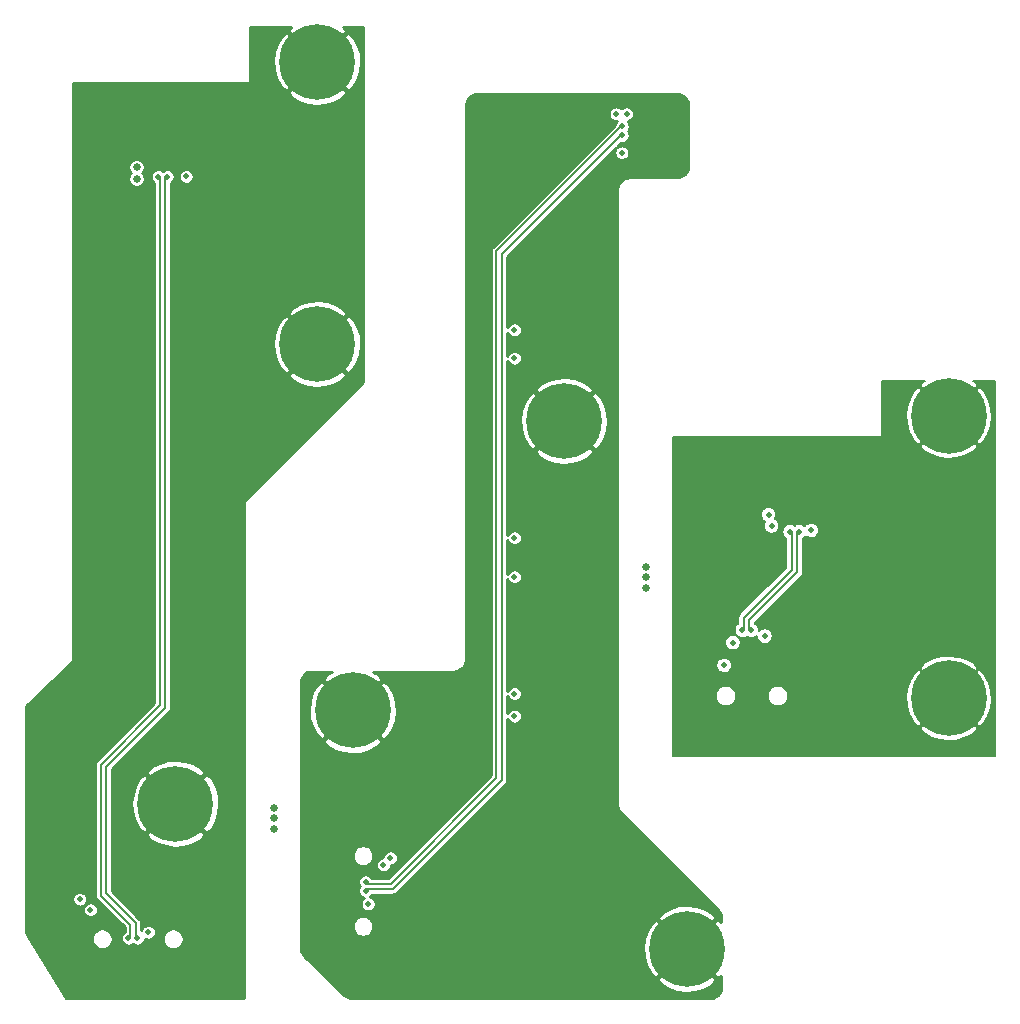
<source format=gbr>
%TF.GenerationSoftware,KiCad,Pcbnew,(5.1.10)-1*%
%TF.CreationDate,2021-10-19T18:18:53+02:00*%
%TF.ProjectId,hard_cam_usb_production,68617264-5f63-4616-9d5f-7573625f7072,rev?*%
%TF.SameCoordinates,Original*%
%TF.FileFunction,Copper,L2,Inr*%
%TF.FilePolarity,Positive*%
%FSLAX46Y46*%
G04 Gerber Fmt 4.6, Leading zero omitted, Abs format (unit mm)*
G04 Created by KiCad (PCBNEW (5.1.10)-1) date 2021-10-19 18:18:53*
%MOMM*%
%LPD*%
G01*
G04 APERTURE LIST*
%TA.AperFunction,ComponentPad*%
%ADD10C,0.800000*%
%TD*%
%TA.AperFunction,ComponentPad*%
%ADD11C,6.400000*%
%TD*%
%TA.AperFunction,ViaPad*%
%ADD12C,0.635000*%
%TD*%
%TA.AperFunction,ViaPad*%
%ADD13C,0.508000*%
%TD*%
%TA.AperFunction,Conductor*%
%ADD14C,0.200000*%
%TD*%
%TA.AperFunction,Conductor*%
%ADD15C,0.203200*%
%TD*%
%TA.AperFunction,Conductor*%
%ADD16C,0.100000*%
%TD*%
%TA.AperFunction,Conductor*%
%ADD17C,0.254000*%
%TD*%
G04 APERTURE END LIST*
D10*
%TO.N,GND*%
%TO.C,H1*%
X239797056Y-176102944D03*
X238100000Y-175400000D03*
X236402944Y-176102944D03*
X235700000Y-177800000D03*
X236402944Y-179497056D03*
X238100000Y-180200000D03*
X239797056Y-179497056D03*
X240500000Y-177800000D03*
D11*
X238100000Y-177800000D03*
%TD*%
%TO.N,GND*%
%TO.C,H2*%
X238100000Y-201700000D03*
D10*
X240500000Y-201700000D03*
X239797056Y-203397056D03*
X238100000Y-204100000D03*
X236402944Y-203397056D03*
X235700000Y-201700000D03*
X236402944Y-200002944D03*
X238100000Y-199300000D03*
X239797056Y-200002944D03*
%TD*%
%TO.N,GND*%
%TO.C,H5*%
X207197056Y-179897056D03*
X207900000Y-178200000D03*
X207197056Y-176502944D03*
X205500000Y-175800000D03*
X203802944Y-176502944D03*
X203100000Y-178200000D03*
X203802944Y-179897056D03*
X205500000Y-180600000D03*
D11*
X205500000Y-178200000D03*
%TD*%
D10*
%TO.N,GND*%
%TO.C,H6*%
X217597056Y-224597056D03*
X218300000Y-222900000D03*
X217597056Y-221202944D03*
X215900000Y-220500000D03*
X214202944Y-221202944D03*
X213500000Y-222900000D03*
X214202944Y-224597056D03*
X215900000Y-225300000D03*
D11*
X215900000Y-222900000D03*
%TD*%
%TO.N,GND*%
%TO.C,H8*%
X187600000Y-202700000D03*
D10*
X187600000Y-205100000D03*
X185902944Y-204397056D03*
X185200000Y-202700000D03*
X185902944Y-201002944D03*
X187600000Y-200300000D03*
X189297056Y-201002944D03*
X190000000Y-202700000D03*
X189297056Y-204397056D03*
%TD*%
D11*
%TO.N,GND*%
%TO.C,H4*%
X184600000Y-171700000D03*
D10*
X187000000Y-171700000D03*
X186297056Y-173397056D03*
X184600000Y-174100000D03*
X182902944Y-173397056D03*
X182200000Y-171700000D03*
X182902944Y-170002944D03*
X184600000Y-169300000D03*
X186297056Y-170002944D03*
%TD*%
D11*
%TO.N,GND*%
%TO.C,H3*%
X184600000Y-147800000D03*
D10*
X187000000Y-147800000D03*
X186297056Y-149497056D03*
X184600000Y-150200000D03*
X182902944Y-149497056D03*
X182200000Y-147800000D03*
X182902944Y-146102944D03*
X184600000Y-145400000D03*
X186297056Y-146102944D03*
%TD*%
D11*
%TO.N,GND*%
%TO.C,H7*%
X172600000Y-210600000D03*
D10*
X175000000Y-210600000D03*
X174297056Y-212297056D03*
X172600000Y-213000000D03*
X170902944Y-212297056D03*
X170200000Y-210600000D03*
X170902944Y-208902944D03*
X172600000Y-208200000D03*
X174297056Y-208902944D03*
%TD*%
D12*
%TO.N,*%
X212400000Y-190550000D03*
X212400000Y-191450000D03*
X212400000Y-192350000D03*
X180900000Y-211850000D03*
X180900000Y-210950000D03*
X180900000Y-212750000D03*
D13*
%TO.N,GND*%
X175200000Y-225400000D03*
X175100000Y-223700000D03*
X177500000Y-195000000D03*
X180000000Y-182000000D03*
X187500000Y-151500000D03*
X165000000Y-150500000D03*
X177500000Y-215000000D03*
X186000000Y-176000000D03*
X187500000Y-156500000D03*
X187500000Y-166500000D03*
X169500000Y-150500000D03*
X187500000Y-161500000D03*
X177500000Y-185000000D03*
X174500000Y-150500000D03*
X183000000Y-179000000D03*
X179500000Y-150500000D03*
X177500000Y-200000000D03*
X170500000Y-158250000D03*
X165000000Y-172000000D03*
X161000000Y-211500000D03*
X165000000Y-157000000D03*
X178500000Y-171000000D03*
X182500000Y-155000000D03*
X165000000Y-182000000D03*
X165000000Y-187000000D03*
X181000000Y-159000000D03*
X165000000Y-192000000D03*
X177500000Y-225000000D03*
X163500000Y-200000000D03*
X161000000Y-221500000D03*
X179500000Y-165000000D03*
X165000000Y-197000000D03*
X161000000Y-206500000D03*
X161000000Y-202500000D03*
X165000000Y-177000000D03*
X165000000Y-153000000D03*
X177500000Y-178000000D03*
X165000000Y-167000000D03*
X165000000Y-162000000D03*
X161000000Y-216500000D03*
X165000000Y-216000000D03*
X172500000Y-158250000D03*
X175800000Y-169600000D03*
X184000000Y-163000000D03*
X173000000Y-168600000D03*
X175600000Y-187400000D03*
X169600000Y-196800000D03*
X167400000Y-204600000D03*
X169600000Y-163800000D03*
X173000000Y-161600000D03*
X176800000Y-161400000D03*
X173000000Y-191800000D03*
X169600000Y-183800000D03*
X173000000Y-180600000D03*
X174400000Y-219000000D03*
X173000000Y-200000000D03*
X167600000Y-211000000D03*
X171200000Y-204400000D03*
X169600000Y-174200000D03*
X170000000Y-216200000D03*
D12*
X165400000Y-224500000D03*
X164300000Y-223700000D03*
X164300000Y-225400000D03*
D13*
X174300000Y-156200000D03*
X174700000Y-155000000D03*
X177500000Y-210000000D03*
X177500000Y-205000000D03*
X177500000Y-190000000D03*
X177500000Y-220000000D03*
X168900000Y-155000000D03*
X216905500Y-204434500D03*
X216969000Y-198910000D03*
X225795500Y-198910000D03*
X227891000Y-185003500D03*
X225795500Y-204371000D03*
X223382500Y-197005000D03*
X223827000Y-198910000D03*
X222747500Y-185003500D03*
X212900000Y-156400000D03*
X212900000Y-151300000D03*
X211700000Y-155500000D03*
X185618000Y-220582000D03*
X186018000Y-222706000D03*
X186000000Y-213300000D03*
X187900000Y-222700000D03*
X187500000Y-219900000D03*
X215650000Y-180500000D03*
X220650000Y-180500000D03*
X225650000Y-180500000D03*
X230650000Y-180500000D03*
X234150000Y-180500000D03*
X240900000Y-182000000D03*
X240900000Y-187000000D03*
X240900000Y-192000000D03*
X240900000Y-197000000D03*
X235150000Y-205750000D03*
X230150000Y-205750000D03*
X223400000Y-205750000D03*
X218900000Y-205750000D03*
X216150000Y-201750000D03*
X215900000Y-195750000D03*
X215900000Y-190750000D03*
X215900000Y-185750000D03*
X217650000Y-182750000D03*
X224150000Y-188250000D03*
X225900000Y-188500000D03*
X219900000Y-195250000D03*
X222150000Y-195250000D03*
X221100000Y-192400000D03*
X222900000Y-190300000D03*
X223900000Y-193500000D03*
X225900000Y-191417000D03*
X235900000Y-185750000D03*
X235900000Y-190250000D03*
X235900000Y-194500000D03*
X232900000Y-199750000D03*
X228650000Y-195500000D03*
X229400000Y-191000000D03*
X219900000Y-188250000D03*
X219900000Y-182500000D03*
X209100000Y-151200000D03*
X205100000Y-151200000D03*
X201100000Y-151200000D03*
X198100000Y-151200000D03*
X198100000Y-155200000D03*
X198100000Y-159200000D03*
X197600000Y-163200000D03*
X197600000Y-167200000D03*
X197600000Y-171200000D03*
X197600000Y-175200000D03*
X197600000Y-179200000D03*
X197600000Y-183200000D03*
X197600000Y-187200000D03*
X197600000Y-191200000D03*
X197600000Y-195200000D03*
X197600000Y-199200000D03*
X195600000Y-200200000D03*
X192100000Y-200200000D03*
X184100000Y-206200000D03*
X184100000Y-210200000D03*
X186600000Y-225200000D03*
X190100000Y-226200000D03*
X194100000Y-226200000D03*
X198100000Y-226200000D03*
X202100000Y-226200000D03*
X206100000Y-226200000D03*
X210100000Y-226200000D03*
X210100000Y-222200000D03*
X210100000Y-218200000D03*
X210100000Y-214200000D03*
X209100000Y-210200000D03*
X209100000Y-206200000D03*
X209100000Y-202200000D03*
X209100000Y-198200000D03*
X209100000Y-194200000D03*
X209100000Y-190200000D03*
X209100000Y-186200000D03*
X209100000Y-182200000D03*
X209100000Y-175200000D03*
X209100000Y-171200000D03*
X209100000Y-167200000D03*
X209100000Y-163200000D03*
X209100000Y-159700000D03*
X211100000Y-157200000D03*
X205600000Y-164200000D03*
X203600000Y-169200000D03*
X203100000Y-185700000D03*
X205600000Y-194700000D03*
X202600000Y-200200000D03*
X205100000Y-207700000D03*
X202600000Y-214200000D03*
X205100000Y-219700000D03*
X200100000Y-222700000D03*
X192600000Y-223200000D03*
X198600000Y-218200000D03*
X191100000Y-209200000D03*
X194600000Y-205200000D03*
X201100000Y-154200000D03*
X198600000Y-212200000D03*
X194600000Y-216200000D03*
X209400000Y-153100000D03*
X209600000Y-155800000D03*
X206100000Y-159400000D03*
X206000000Y-155700000D03*
X202100000Y-159600000D03*
X198500000Y-207200000D03*
X196700000Y-209300000D03*
X194100000Y-212000000D03*
X192400000Y-214000000D03*
X201600000Y-163900000D03*
X174100000Y-224500000D03*
%TO.N,/id*%
X222493500Y-196433500D03*
X226430500Y-187480000D03*
%TO.N,/D+*%
X225395500Y-187607000D03*
X221348500Y-195925500D03*
%TO.N,/D-*%
X220590500Y-195925500D03*
X224637500Y-187607000D03*
D12*
%TO.N,VCC*%
X169300000Y-157700000D03*
X169300000Y-156700000D03*
D13*
X219800000Y-196978500D03*
X223065000Y-187099000D03*
X222811000Y-186146500D03*
X219064500Y-198910000D03*
X210800000Y-152200000D03*
X209900000Y-152200000D03*
X190800000Y-215200000D03*
X190200000Y-215800000D03*
X165400000Y-219600000D03*
X164500000Y-218700000D03*
%TO.N,/id2*%
X210400000Y-155500000D03*
X188900000Y-219100000D03*
X201300000Y-170500000D03*
X201300000Y-172900000D03*
X201300000Y-188100000D03*
X201300000Y-191400000D03*
X201300000Y-201300000D03*
X201300000Y-203200000D03*
%TO.N,/D2_+*%
X210416998Y-154029000D03*
X188700000Y-217979000D03*
%TO.N,/D2_-*%
X210416998Y-153271000D03*
X188700000Y-217221000D03*
%TO.N,/D3_-*%
X171137500Y-157516332D03*
X168621000Y-222000000D03*
%TO.N,/D3_+*%
X171895500Y-157516332D03*
X169379000Y-222000000D03*
%TO.N,/id3*%
X173500000Y-157500000D03*
X170300000Y-221500000D03*
%TD*%
D14*
%TO.N,/D+*%
X225241500Y-191019200D02*
X221194500Y-195066200D01*
X221194500Y-195771500D02*
X221348500Y-195925500D01*
X225395500Y-187607000D02*
X225241500Y-187761000D01*
X225241500Y-187761000D02*
X225241500Y-191019200D01*
X221194500Y-195066200D02*
X221194500Y-195771500D01*
%TO.N,/D-*%
X224791500Y-190832800D02*
X220744500Y-194879800D01*
X220744500Y-195771500D02*
X220590500Y-195925500D01*
X220744500Y-194879800D02*
X220744500Y-195771500D01*
X224637500Y-187607000D02*
X224791500Y-187761000D01*
X224791500Y-187761000D02*
X224791500Y-190832800D01*
%TO.N,/D2_+*%
X210295395Y-154029000D02*
X200225000Y-164099395D01*
X210416998Y-154029000D02*
X210295395Y-154029000D01*
X200225000Y-164099395D02*
X200225000Y-208593200D01*
X188854000Y-217825000D02*
X188700000Y-217979000D01*
X190993200Y-217825000D02*
X188854000Y-217825000D01*
X200225000Y-208593200D02*
X190993200Y-217825000D01*
%TO.N,/D2_-*%
X188854000Y-217375000D02*
X188700000Y-217221000D01*
X199775000Y-208406800D02*
X190806800Y-217375000D01*
X190806800Y-217375000D02*
X188854000Y-217375000D01*
X199775000Y-163851076D02*
X199775000Y-208406800D01*
X210355076Y-153271000D02*
X199775000Y-163851076D01*
X210416998Y-153271000D02*
X210355076Y-153271000D01*
%TO.N,/D3_-*%
X171137500Y-157516332D02*
X171291500Y-157670332D01*
X171291500Y-157670332D02*
X171291500Y-202290300D01*
X171291500Y-202290300D02*
X166275000Y-207306800D01*
X166275000Y-207306800D02*
X166275000Y-218393200D01*
X168775000Y-221846000D02*
X168621000Y-222000000D01*
X166275000Y-218393200D02*
X168775000Y-220893200D01*
X168775000Y-220893200D02*
X168775000Y-221846000D01*
%TO.N,/D3_+*%
X171741500Y-157670332D02*
X171741500Y-202476700D01*
X171741500Y-202476700D02*
X166725000Y-207493200D01*
X171895500Y-157516332D02*
X171741500Y-157670332D01*
X166725000Y-207493200D02*
X166725000Y-218206800D01*
X169225000Y-221846000D02*
X169379000Y-222000000D01*
X169225000Y-220706800D02*
X169225000Y-221846000D01*
X166725000Y-218206800D02*
X169225000Y-220706800D01*
%TD*%
D15*
%TO.N,GND*%
X236011262Y-174838672D02*
X235645573Y-175273731D01*
X238100000Y-177728158D01*
X240554427Y-175273731D01*
X240188738Y-174838672D01*
X240123405Y-174801600D01*
X241998400Y-174801600D01*
X241998400Y-206598400D01*
X214701600Y-206598400D01*
X214701600Y-204226269D01*
X235645573Y-204226269D01*
X236011262Y-204661328D01*
X236629122Y-205011919D01*
X237303508Y-205235236D01*
X238008503Y-205322695D01*
X238717014Y-205270937D01*
X239401813Y-205081949D01*
X240036584Y-204762994D01*
X240188738Y-204661328D01*
X240554427Y-204226269D01*
X238100000Y-201771842D01*
X235645573Y-204226269D01*
X214701600Y-204226269D01*
X214701600Y-201415652D01*
X218343600Y-201415652D01*
X218343600Y-201584348D01*
X218376511Y-201749803D01*
X218441068Y-201905658D01*
X218534790Y-202045923D01*
X218654077Y-202165210D01*
X218794342Y-202258932D01*
X218950197Y-202323489D01*
X219115652Y-202356400D01*
X219284348Y-202356400D01*
X219449803Y-202323489D01*
X219605658Y-202258932D01*
X219745923Y-202165210D01*
X219865210Y-202045923D01*
X219958932Y-201905658D01*
X220023489Y-201749803D01*
X220056400Y-201584348D01*
X220056400Y-201415652D01*
X222743600Y-201415652D01*
X222743600Y-201584348D01*
X222776511Y-201749803D01*
X222841068Y-201905658D01*
X222934790Y-202045923D01*
X223054077Y-202165210D01*
X223194342Y-202258932D01*
X223350197Y-202323489D01*
X223515652Y-202356400D01*
X223684348Y-202356400D01*
X223849803Y-202323489D01*
X224005658Y-202258932D01*
X224145923Y-202165210D01*
X224265210Y-202045923D01*
X224358932Y-201905658D01*
X224423489Y-201749803D01*
X224451595Y-201608503D01*
X234477305Y-201608503D01*
X234529063Y-202317014D01*
X234718051Y-203001813D01*
X235037006Y-203636584D01*
X235138672Y-203788738D01*
X235573731Y-204154427D01*
X238028158Y-201700000D01*
X238171842Y-201700000D01*
X240626269Y-204154427D01*
X241061328Y-203788738D01*
X241411919Y-203170878D01*
X241635236Y-202496492D01*
X241722695Y-201791497D01*
X241670937Y-201082986D01*
X241481949Y-200398187D01*
X241162994Y-199763416D01*
X241061328Y-199611262D01*
X240626269Y-199245573D01*
X238171842Y-201700000D01*
X238028158Y-201700000D01*
X235573731Y-199245573D01*
X235138672Y-199611262D01*
X234788081Y-200229122D01*
X234564764Y-200903508D01*
X234477305Y-201608503D01*
X224451595Y-201608503D01*
X224456400Y-201584348D01*
X224456400Y-201415652D01*
X224423489Y-201250197D01*
X224358932Y-201094342D01*
X224265210Y-200954077D01*
X224145923Y-200834790D01*
X224005658Y-200741068D01*
X223849803Y-200676511D01*
X223684348Y-200643600D01*
X223515652Y-200643600D01*
X223350197Y-200676511D01*
X223194342Y-200741068D01*
X223054077Y-200834790D01*
X222934790Y-200954077D01*
X222841068Y-201094342D01*
X222776511Y-201250197D01*
X222743600Y-201415652D01*
X220056400Y-201415652D01*
X220023489Y-201250197D01*
X219958932Y-201094342D01*
X219865210Y-200954077D01*
X219745923Y-200834790D01*
X219605658Y-200741068D01*
X219449803Y-200676511D01*
X219284348Y-200643600D01*
X219115652Y-200643600D01*
X218950197Y-200676511D01*
X218794342Y-200741068D01*
X218654077Y-200834790D01*
X218534790Y-200954077D01*
X218441068Y-201094342D01*
X218376511Y-201250197D01*
X218343600Y-201415652D01*
X214701600Y-201415652D01*
X214701600Y-198844956D01*
X218404100Y-198844956D01*
X218404100Y-198975044D01*
X218429479Y-199102631D01*
X218479261Y-199222817D01*
X218551534Y-199330980D01*
X218643520Y-199422966D01*
X218751683Y-199495239D01*
X218871869Y-199545021D01*
X218999456Y-199570400D01*
X219129544Y-199570400D01*
X219257131Y-199545021D01*
X219377317Y-199495239D01*
X219485480Y-199422966D01*
X219577466Y-199330980D01*
X219649739Y-199222817D01*
X219670070Y-199173731D01*
X235645573Y-199173731D01*
X238100000Y-201628158D01*
X240554427Y-199173731D01*
X240188738Y-198738672D01*
X239570878Y-198388081D01*
X238896492Y-198164764D01*
X238191497Y-198077305D01*
X237482986Y-198129063D01*
X236798187Y-198318051D01*
X236163416Y-198637006D01*
X236011262Y-198738672D01*
X235645573Y-199173731D01*
X219670070Y-199173731D01*
X219699521Y-199102631D01*
X219724900Y-198975044D01*
X219724900Y-198844956D01*
X219699521Y-198717369D01*
X219649739Y-198597183D01*
X219577466Y-198489020D01*
X219485480Y-198397034D01*
X219377317Y-198324761D01*
X219257131Y-198274979D01*
X219129544Y-198249600D01*
X218999456Y-198249600D01*
X218871869Y-198274979D01*
X218751683Y-198324761D01*
X218643520Y-198397034D01*
X218551534Y-198489020D01*
X218479261Y-198597183D01*
X218429479Y-198717369D01*
X218404100Y-198844956D01*
X214701600Y-198844956D01*
X214701600Y-196913456D01*
X219139600Y-196913456D01*
X219139600Y-197043544D01*
X219164979Y-197171131D01*
X219214761Y-197291317D01*
X219287034Y-197399480D01*
X219379020Y-197491466D01*
X219487183Y-197563739D01*
X219607369Y-197613521D01*
X219734956Y-197638900D01*
X219865044Y-197638900D01*
X219992631Y-197613521D01*
X220112817Y-197563739D01*
X220220980Y-197491466D01*
X220312966Y-197399480D01*
X220385239Y-197291317D01*
X220435021Y-197171131D01*
X220460400Y-197043544D01*
X220460400Y-196913456D01*
X220435021Y-196785869D01*
X220385239Y-196665683D01*
X220312966Y-196557520D01*
X220243031Y-196487585D01*
X220277683Y-196510739D01*
X220397869Y-196560521D01*
X220525456Y-196585900D01*
X220655544Y-196585900D01*
X220783131Y-196560521D01*
X220903317Y-196510739D01*
X220969500Y-196466516D01*
X221035683Y-196510739D01*
X221155869Y-196560521D01*
X221283456Y-196585900D01*
X221413544Y-196585900D01*
X221541131Y-196560521D01*
X221661317Y-196510739D01*
X221769480Y-196438466D01*
X221833100Y-196374846D01*
X221833100Y-196498544D01*
X221858479Y-196626131D01*
X221908261Y-196746317D01*
X221980534Y-196854480D01*
X222072520Y-196946466D01*
X222180683Y-197018739D01*
X222300869Y-197068521D01*
X222428456Y-197093900D01*
X222558544Y-197093900D01*
X222686131Y-197068521D01*
X222806317Y-197018739D01*
X222914480Y-196946466D01*
X223006466Y-196854480D01*
X223078739Y-196746317D01*
X223128521Y-196626131D01*
X223153900Y-196498544D01*
X223153900Y-196368456D01*
X223128521Y-196240869D01*
X223078739Y-196120683D01*
X223006466Y-196012520D01*
X222914480Y-195920534D01*
X222806317Y-195848261D01*
X222686131Y-195798479D01*
X222558544Y-195773100D01*
X222428456Y-195773100D01*
X222300869Y-195798479D01*
X222180683Y-195848261D01*
X222072520Y-195920534D01*
X222008900Y-195984154D01*
X222008900Y-195860456D01*
X221983521Y-195732869D01*
X221933739Y-195612683D01*
X221861466Y-195504520D01*
X221769480Y-195412534D01*
X221700900Y-195366710D01*
X221700900Y-195275956D01*
X225581993Y-191394865D01*
X225601311Y-191379011D01*
X225617165Y-191359693D01*
X225617168Y-191359690D01*
X225664593Y-191301903D01*
X225711615Y-191213929D01*
X225711616Y-191213928D01*
X225740573Y-191118472D01*
X225747900Y-191044076D01*
X225747900Y-191044067D01*
X225750349Y-191019201D01*
X225747900Y-190994335D01*
X225747900Y-188165790D01*
X225816480Y-188119966D01*
X225908466Y-188027980D01*
X225962968Y-187946414D01*
X226009520Y-187992966D01*
X226117683Y-188065239D01*
X226237869Y-188115021D01*
X226365456Y-188140400D01*
X226495544Y-188140400D01*
X226623131Y-188115021D01*
X226743317Y-188065239D01*
X226851480Y-187992966D01*
X226943466Y-187900980D01*
X227015739Y-187792817D01*
X227065521Y-187672631D01*
X227090900Y-187545044D01*
X227090900Y-187414956D01*
X227065521Y-187287369D01*
X227015739Y-187167183D01*
X226943466Y-187059020D01*
X226851480Y-186967034D01*
X226743317Y-186894761D01*
X226623131Y-186844979D01*
X226495544Y-186819600D01*
X226365456Y-186819600D01*
X226237869Y-186844979D01*
X226117683Y-186894761D01*
X226009520Y-186967034D01*
X225917534Y-187059020D01*
X225863032Y-187140586D01*
X225816480Y-187094034D01*
X225708317Y-187021761D01*
X225588131Y-186971979D01*
X225460544Y-186946600D01*
X225330456Y-186946600D01*
X225202869Y-186971979D01*
X225082683Y-187021761D01*
X225016500Y-187065984D01*
X224950317Y-187021761D01*
X224830131Y-186971979D01*
X224702544Y-186946600D01*
X224572456Y-186946600D01*
X224444869Y-186971979D01*
X224324683Y-187021761D01*
X224216520Y-187094034D01*
X224124534Y-187186020D01*
X224052261Y-187294183D01*
X224002479Y-187414369D01*
X223977100Y-187541956D01*
X223977100Y-187672044D01*
X224002479Y-187799631D01*
X224052261Y-187919817D01*
X224124534Y-188027980D01*
X224216520Y-188119966D01*
X224285100Y-188165790D01*
X224285101Y-190623041D01*
X220404018Y-194504126D01*
X220384689Y-194519989D01*
X220321407Y-194597098D01*
X220274384Y-194685073D01*
X220245427Y-194780529D01*
X220238100Y-194854925D01*
X220238100Y-194854934D01*
X220235651Y-194879800D01*
X220238100Y-194904667D01*
X220238101Y-195366709D01*
X220169520Y-195412534D01*
X220077534Y-195504520D01*
X220005261Y-195612683D01*
X219955479Y-195732869D01*
X219930100Y-195860456D01*
X219930100Y-195990544D01*
X219955479Y-196118131D01*
X220005261Y-196238317D01*
X220077534Y-196346480D01*
X220147469Y-196416415D01*
X220112817Y-196393261D01*
X219992631Y-196343479D01*
X219865044Y-196318100D01*
X219734956Y-196318100D01*
X219607369Y-196343479D01*
X219487183Y-196393261D01*
X219379020Y-196465534D01*
X219287034Y-196557520D01*
X219214761Y-196665683D01*
X219164979Y-196785869D01*
X219139600Y-196913456D01*
X214701600Y-196913456D01*
X214701600Y-186081456D01*
X222150600Y-186081456D01*
X222150600Y-186211544D01*
X222175979Y-186339131D01*
X222225761Y-186459317D01*
X222298034Y-186567480D01*
X222390020Y-186659466D01*
X222498183Y-186731739D01*
X222512247Y-186737565D01*
X222479761Y-186786183D01*
X222429979Y-186906369D01*
X222404600Y-187033956D01*
X222404600Y-187164044D01*
X222429979Y-187291631D01*
X222479761Y-187411817D01*
X222552034Y-187519980D01*
X222644020Y-187611966D01*
X222752183Y-187684239D01*
X222872369Y-187734021D01*
X222999956Y-187759400D01*
X223130044Y-187759400D01*
X223257631Y-187734021D01*
X223377817Y-187684239D01*
X223485980Y-187611966D01*
X223577966Y-187519980D01*
X223650239Y-187411817D01*
X223700021Y-187291631D01*
X223725400Y-187164044D01*
X223725400Y-187033956D01*
X223700021Y-186906369D01*
X223650239Y-186786183D01*
X223577966Y-186678020D01*
X223485980Y-186586034D01*
X223377817Y-186513761D01*
X223363753Y-186507935D01*
X223396239Y-186459317D01*
X223446021Y-186339131D01*
X223471400Y-186211544D01*
X223471400Y-186081456D01*
X223446021Y-185953869D01*
X223396239Y-185833683D01*
X223323966Y-185725520D01*
X223231980Y-185633534D01*
X223123817Y-185561261D01*
X223003631Y-185511479D01*
X222876044Y-185486100D01*
X222745956Y-185486100D01*
X222618369Y-185511479D01*
X222498183Y-185561261D01*
X222390020Y-185633534D01*
X222298034Y-185725520D01*
X222225761Y-185833683D01*
X222175979Y-185953869D01*
X222150600Y-186081456D01*
X214701600Y-186081456D01*
X214701600Y-180326269D01*
X235645573Y-180326269D01*
X236011262Y-180761328D01*
X236629122Y-181111919D01*
X237303508Y-181335236D01*
X238008503Y-181422695D01*
X238717014Y-181370937D01*
X239401813Y-181181949D01*
X240036584Y-180862994D01*
X240188738Y-180761328D01*
X240554427Y-180326269D01*
X238100000Y-177871842D01*
X235645573Y-180326269D01*
X214701600Y-180326269D01*
X214701600Y-179601600D01*
X232300000Y-179601600D01*
X232319821Y-179599648D01*
X232338881Y-179593866D01*
X232356446Y-179584477D01*
X232371842Y-179571842D01*
X232384477Y-179556446D01*
X232393866Y-179538881D01*
X232399648Y-179519821D01*
X232401600Y-179500000D01*
X232401600Y-177708503D01*
X234477305Y-177708503D01*
X234529063Y-178417014D01*
X234718051Y-179101813D01*
X235037006Y-179736584D01*
X235138672Y-179888738D01*
X235573731Y-180254427D01*
X238028158Y-177800000D01*
X238171842Y-177800000D01*
X240626269Y-180254427D01*
X241061328Y-179888738D01*
X241411919Y-179270878D01*
X241635236Y-178596492D01*
X241722695Y-177891497D01*
X241670937Y-177182986D01*
X241481949Y-176498187D01*
X241162994Y-175863416D01*
X241061328Y-175711262D01*
X240626269Y-175345573D01*
X238171842Y-177800000D01*
X238028158Y-177800000D01*
X235573731Y-175345573D01*
X235138672Y-175711262D01*
X234788081Y-176329122D01*
X234564764Y-177003508D01*
X234477305Y-177708503D01*
X232401600Y-177708503D01*
X232401600Y-174801600D01*
X236066744Y-174801600D01*
X236011262Y-174838672D01*
%TA.AperFunction,Conductor*%
D16*
G36*
X236011262Y-174838672D02*
G01*
X235645573Y-175273731D01*
X238100000Y-177728158D01*
X240554427Y-175273731D01*
X240188738Y-174838672D01*
X240123405Y-174801600D01*
X241998400Y-174801600D01*
X241998400Y-206598400D01*
X214701600Y-206598400D01*
X214701600Y-204226269D01*
X235645573Y-204226269D01*
X236011262Y-204661328D01*
X236629122Y-205011919D01*
X237303508Y-205235236D01*
X238008503Y-205322695D01*
X238717014Y-205270937D01*
X239401813Y-205081949D01*
X240036584Y-204762994D01*
X240188738Y-204661328D01*
X240554427Y-204226269D01*
X238100000Y-201771842D01*
X235645573Y-204226269D01*
X214701600Y-204226269D01*
X214701600Y-201415652D01*
X218343600Y-201415652D01*
X218343600Y-201584348D01*
X218376511Y-201749803D01*
X218441068Y-201905658D01*
X218534790Y-202045923D01*
X218654077Y-202165210D01*
X218794342Y-202258932D01*
X218950197Y-202323489D01*
X219115652Y-202356400D01*
X219284348Y-202356400D01*
X219449803Y-202323489D01*
X219605658Y-202258932D01*
X219745923Y-202165210D01*
X219865210Y-202045923D01*
X219958932Y-201905658D01*
X220023489Y-201749803D01*
X220056400Y-201584348D01*
X220056400Y-201415652D01*
X222743600Y-201415652D01*
X222743600Y-201584348D01*
X222776511Y-201749803D01*
X222841068Y-201905658D01*
X222934790Y-202045923D01*
X223054077Y-202165210D01*
X223194342Y-202258932D01*
X223350197Y-202323489D01*
X223515652Y-202356400D01*
X223684348Y-202356400D01*
X223849803Y-202323489D01*
X224005658Y-202258932D01*
X224145923Y-202165210D01*
X224265210Y-202045923D01*
X224358932Y-201905658D01*
X224423489Y-201749803D01*
X224451595Y-201608503D01*
X234477305Y-201608503D01*
X234529063Y-202317014D01*
X234718051Y-203001813D01*
X235037006Y-203636584D01*
X235138672Y-203788738D01*
X235573731Y-204154427D01*
X238028158Y-201700000D01*
X238171842Y-201700000D01*
X240626269Y-204154427D01*
X241061328Y-203788738D01*
X241411919Y-203170878D01*
X241635236Y-202496492D01*
X241722695Y-201791497D01*
X241670937Y-201082986D01*
X241481949Y-200398187D01*
X241162994Y-199763416D01*
X241061328Y-199611262D01*
X240626269Y-199245573D01*
X238171842Y-201700000D01*
X238028158Y-201700000D01*
X235573731Y-199245573D01*
X235138672Y-199611262D01*
X234788081Y-200229122D01*
X234564764Y-200903508D01*
X234477305Y-201608503D01*
X224451595Y-201608503D01*
X224456400Y-201584348D01*
X224456400Y-201415652D01*
X224423489Y-201250197D01*
X224358932Y-201094342D01*
X224265210Y-200954077D01*
X224145923Y-200834790D01*
X224005658Y-200741068D01*
X223849803Y-200676511D01*
X223684348Y-200643600D01*
X223515652Y-200643600D01*
X223350197Y-200676511D01*
X223194342Y-200741068D01*
X223054077Y-200834790D01*
X222934790Y-200954077D01*
X222841068Y-201094342D01*
X222776511Y-201250197D01*
X222743600Y-201415652D01*
X220056400Y-201415652D01*
X220023489Y-201250197D01*
X219958932Y-201094342D01*
X219865210Y-200954077D01*
X219745923Y-200834790D01*
X219605658Y-200741068D01*
X219449803Y-200676511D01*
X219284348Y-200643600D01*
X219115652Y-200643600D01*
X218950197Y-200676511D01*
X218794342Y-200741068D01*
X218654077Y-200834790D01*
X218534790Y-200954077D01*
X218441068Y-201094342D01*
X218376511Y-201250197D01*
X218343600Y-201415652D01*
X214701600Y-201415652D01*
X214701600Y-198844956D01*
X218404100Y-198844956D01*
X218404100Y-198975044D01*
X218429479Y-199102631D01*
X218479261Y-199222817D01*
X218551534Y-199330980D01*
X218643520Y-199422966D01*
X218751683Y-199495239D01*
X218871869Y-199545021D01*
X218999456Y-199570400D01*
X219129544Y-199570400D01*
X219257131Y-199545021D01*
X219377317Y-199495239D01*
X219485480Y-199422966D01*
X219577466Y-199330980D01*
X219649739Y-199222817D01*
X219670070Y-199173731D01*
X235645573Y-199173731D01*
X238100000Y-201628158D01*
X240554427Y-199173731D01*
X240188738Y-198738672D01*
X239570878Y-198388081D01*
X238896492Y-198164764D01*
X238191497Y-198077305D01*
X237482986Y-198129063D01*
X236798187Y-198318051D01*
X236163416Y-198637006D01*
X236011262Y-198738672D01*
X235645573Y-199173731D01*
X219670070Y-199173731D01*
X219699521Y-199102631D01*
X219724900Y-198975044D01*
X219724900Y-198844956D01*
X219699521Y-198717369D01*
X219649739Y-198597183D01*
X219577466Y-198489020D01*
X219485480Y-198397034D01*
X219377317Y-198324761D01*
X219257131Y-198274979D01*
X219129544Y-198249600D01*
X218999456Y-198249600D01*
X218871869Y-198274979D01*
X218751683Y-198324761D01*
X218643520Y-198397034D01*
X218551534Y-198489020D01*
X218479261Y-198597183D01*
X218429479Y-198717369D01*
X218404100Y-198844956D01*
X214701600Y-198844956D01*
X214701600Y-196913456D01*
X219139600Y-196913456D01*
X219139600Y-197043544D01*
X219164979Y-197171131D01*
X219214761Y-197291317D01*
X219287034Y-197399480D01*
X219379020Y-197491466D01*
X219487183Y-197563739D01*
X219607369Y-197613521D01*
X219734956Y-197638900D01*
X219865044Y-197638900D01*
X219992631Y-197613521D01*
X220112817Y-197563739D01*
X220220980Y-197491466D01*
X220312966Y-197399480D01*
X220385239Y-197291317D01*
X220435021Y-197171131D01*
X220460400Y-197043544D01*
X220460400Y-196913456D01*
X220435021Y-196785869D01*
X220385239Y-196665683D01*
X220312966Y-196557520D01*
X220243031Y-196487585D01*
X220277683Y-196510739D01*
X220397869Y-196560521D01*
X220525456Y-196585900D01*
X220655544Y-196585900D01*
X220783131Y-196560521D01*
X220903317Y-196510739D01*
X220969500Y-196466516D01*
X221035683Y-196510739D01*
X221155869Y-196560521D01*
X221283456Y-196585900D01*
X221413544Y-196585900D01*
X221541131Y-196560521D01*
X221661317Y-196510739D01*
X221769480Y-196438466D01*
X221833100Y-196374846D01*
X221833100Y-196498544D01*
X221858479Y-196626131D01*
X221908261Y-196746317D01*
X221980534Y-196854480D01*
X222072520Y-196946466D01*
X222180683Y-197018739D01*
X222300869Y-197068521D01*
X222428456Y-197093900D01*
X222558544Y-197093900D01*
X222686131Y-197068521D01*
X222806317Y-197018739D01*
X222914480Y-196946466D01*
X223006466Y-196854480D01*
X223078739Y-196746317D01*
X223128521Y-196626131D01*
X223153900Y-196498544D01*
X223153900Y-196368456D01*
X223128521Y-196240869D01*
X223078739Y-196120683D01*
X223006466Y-196012520D01*
X222914480Y-195920534D01*
X222806317Y-195848261D01*
X222686131Y-195798479D01*
X222558544Y-195773100D01*
X222428456Y-195773100D01*
X222300869Y-195798479D01*
X222180683Y-195848261D01*
X222072520Y-195920534D01*
X222008900Y-195984154D01*
X222008900Y-195860456D01*
X221983521Y-195732869D01*
X221933739Y-195612683D01*
X221861466Y-195504520D01*
X221769480Y-195412534D01*
X221700900Y-195366710D01*
X221700900Y-195275956D01*
X225581993Y-191394865D01*
X225601311Y-191379011D01*
X225617165Y-191359693D01*
X225617168Y-191359690D01*
X225664593Y-191301903D01*
X225711615Y-191213929D01*
X225711616Y-191213928D01*
X225740573Y-191118472D01*
X225747900Y-191044076D01*
X225747900Y-191044067D01*
X225750349Y-191019201D01*
X225747900Y-190994335D01*
X225747900Y-188165790D01*
X225816480Y-188119966D01*
X225908466Y-188027980D01*
X225962968Y-187946414D01*
X226009520Y-187992966D01*
X226117683Y-188065239D01*
X226237869Y-188115021D01*
X226365456Y-188140400D01*
X226495544Y-188140400D01*
X226623131Y-188115021D01*
X226743317Y-188065239D01*
X226851480Y-187992966D01*
X226943466Y-187900980D01*
X227015739Y-187792817D01*
X227065521Y-187672631D01*
X227090900Y-187545044D01*
X227090900Y-187414956D01*
X227065521Y-187287369D01*
X227015739Y-187167183D01*
X226943466Y-187059020D01*
X226851480Y-186967034D01*
X226743317Y-186894761D01*
X226623131Y-186844979D01*
X226495544Y-186819600D01*
X226365456Y-186819600D01*
X226237869Y-186844979D01*
X226117683Y-186894761D01*
X226009520Y-186967034D01*
X225917534Y-187059020D01*
X225863032Y-187140586D01*
X225816480Y-187094034D01*
X225708317Y-187021761D01*
X225588131Y-186971979D01*
X225460544Y-186946600D01*
X225330456Y-186946600D01*
X225202869Y-186971979D01*
X225082683Y-187021761D01*
X225016500Y-187065984D01*
X224950317Y-187021761D01*
X224830131Y-186971979D01*
X224702544Y-186946600D01*
X224572456Y-186946600D01*
X224444869Y-186971979D01*
X224324683Y-187021761D01*
X224216520Y-187094034D01*
X224124534Y-187186020D01*
X224052261Y-187294183D01*
X224002479Y-187414369D01*
X223977100Y-187541956D01*
X223977100Y-187672044D01*
X224002479Y-187799631D01*
X224052261Y-187919817D01*
X224124534Y-188027980D01*
X224216520Y-188119966D01*
X224285100Y-188165790D01*
X224285101Y-190623041D01*
X220404018Y-194504126D01*
X220384689Y-194519989D01*
X220321407Y-194597098D01*
X220274384Y-194685073D01*
X220245427Y-194780529D01*
X220238100Y-194854925D01*
X220238100Y-194854934D01*
X220235651Y-194879800D01*
X220238100Y-194904667D01*
X220238101Y-195366709D01*
X220169520Y-195412534D01*
X220077534Y-195504520D01*
X220005261Y-195612683D01*
X219955479Y-195732869D01*
X219930100Y-195860456D01*
X219930100Y-195990544D01*
X219955479Y-196118131D01*
X220005261Y-196238317D01*
X220077534Y-196346480D01*
X220147469Y-196416415D01*
X220112817Y-196393261D01*
X219992631Y-196343479D01*
X219865044Y-196318100D01*
X219734956Y-196318100D01*
X219607369Y-196343479D01*
X219487183Y-196393261D01*
X219379020Y-196465534D01*
X219287034Y-196557520D01*
X219214761Y-196665683D01*
X219164979Y-196785869D01*
X219139600Y-196913456D01*
X214701600Y-196913456D01*
X214701600Y-186081456D01*
X222150600Y-186081456D01*
X222150600Y-186211544D01*
X222175979Y-186339131D01*
X222225761Y-186459317D01*
X222298034Y-186567480D01*
X222390020Y-186659466D01*
X222498183Y-186731739D01*
X222512247Y-186737565D01*
X222479761Y-186786183D01*
X222429979Y-186906369D01*
X222404600Y-187033956D01*
X222404600Y-187164044D01*
X222429979Y-187291631D01*
X222479761Y-187411817D01*
X222552034Y-187519980D01*
X222644020Y-187611966D01*
X222752183Y-187684239D01*
X222872369Y-187734021D01*
X222999956Y-187759400D01*
X223130044Y-187759400D01*
X223257631Y-187734021D01*
X223377817Y-187684239D01*
X223485980Y-187611966D01*
X223577966Y-187519980D01*
X223650239Y-187411817D01*
X223700021Y-187291631D01*
X223725400Y-187164044D01*
X223725400Y-187033956D01*
X223700021Y-186906369D01*
X223650239Y-186786183D01*
X223577966Y-186678020D01*
X223485980Y-186586034D01*
X223377817Y-186513761D01*
X223363753Y-186507935D01*
X223396239Y-186459317D01*
X223446021Y-186339131D01*
X223471400Y-186211544D01*
X223471400Y-186081456D01*
X223446021Y-185953869D01*
X223396239Y-185833683D01*
X223323966Y-185725520D01*
X223231980Y-185633534D01*
X223123817Y-185561261D01*
X223003631Y-185511479D01*
X222876044Y-185486100D01*
X222745956Y-185486100D01*
X222618369Y-185511479D01*
X222498183Y-185561261D01*
X222390020Y-185633534D01*
X222298034Y-185725520D01*
X222225761Y-185833683D01*
X222175979Y-185953869D01*
X222150600Y-186081456D01*
X214701600Y-186081456D01*
X214701600Y-180326269D01*
X235645573Y-180326269D01*
X236011262Y-180761328D01*
X236629122Y-181111919D01*
X237303508Y-181335236D01*
X238008503Y-181422695D01*
X238717014Y-181370937D01*
X239401813Y-181181949D01*
X240036584Y-180862994D01*
X240188738Y-180761328D01*
X240554427Y-180326269D01*
X238100000Y-177871842D01*
X235645573Y-180326269D01*
X214701600Y-180326269D01*
X214701600Y-179601600D01*
X232300000Y-179601600D01*
X232319821Y-179599648D01*
X232338881Y-179593866D01*
X232356446Y-179584477D01*
X232371842Y-179571842D01*
X232384477Y-179556446D01*
X232393866Y-179538881D01*
X232399648Y-179519821D01*
X232401600Y-179500000D01*
X232401600Y-177708503D01*
X234477305Y-177708503D01*
X234529063Y-178417014D01*
X234718051Y-179101813D01*
X235037006Y-179736584D01*
X235138672Y-179888738D01*
X235573731Y-180254427D01*
X238028158Y-177800000D01*
X238171842Y-177800000D01*
X240626269Y-180254427D01*
X241061328Y-179888738D01*
X241411919Y-179270878D01*
X241635236Y-178596492D01*
X241722695Y-177891497D01*
X241670937Y-177182986D01*
X241481949Y-176498187D01*
X241162994Y-175863416D01*
X241061328Y-175711262D01*
X240626269Y-175345573D01*
X238171842Y-177800000D01*
X238028158Y-177800000D01*
X235573731Y-175345573D01*
X235138672Y-175711262D01*
X234788081Y-176329122D01*
X234564764Y-177003508D01*
X234477305Y-177708503D01*
X232401600Y-177708503D01*
X232401600Y-174801600D01*
X236066744Y-174801600D01*
X236011262Y-174838672D01*
G37*
%TD.AperFunction*%
%TD*%
D17*
%TO.N,GND*%
X215270189Y-150544376D02*
X215433850Y-150594022D01*
X215584672Y-150674638D01*
X215716870Y-150783130D01*
X215825362Y-150915328D01*
X215905978Y-151066150D01*
X215955624Y-151229811D01*
X215973000Y-151406234D01*
X215973000Y-156693766D01*
X215955624Y-156870189D01*
X215905978Y-157033850D01*
X215825362Y-157184672D01*
X215716870Y-157316870D01*
X215584672Y-157425362D01*
X215433850Y-157505978D01*
X215270189Y-157555624D01*
X215093766Y-157573000D01*
X211100000Y-157573000D01*
X211087552Y-157573612D01*
X210892462Y-157592827D01*
X210868044Y-157597683D01*
X210680451Y-157654588D01*
X210657450Y-157664116D01*
X210484563Y-157756526D01*
X210463862Y-157770358D01*
X210312325Y-157894721D01*
X210294721Y-157912325D01*
X210170358Y-158063862D01*
X210156526Y-158084563D01*
X210064116Y-158257450D01*
X210054588Y-158280451D01*
X209997683Y-158468044D01*
X209992827Y-158492462D01*
X209973612Y-158687552D01*
X209973000Y-158700000D01*
X209973000Y-210585786D01*
X209973612Y-210598234D01*
X209992827Y-210793325D01*
X209997683Y-210817743D01*
X210054588Y-211005336D01*
X210064116Y-211028337D01*
X210156526Y-211201224D01*
X210170358Y-211221925D01*
X210294721Y-211373461D01*
X210303090Y-211382696D01*
X218512898Y-219592504D01*
X218625363Y-219729542D01*
X218705978Y-219880363D01*
X218755624Y-220044024D01*
X218773000Y-220220448D01*
X218773000Y-220622267D01*
X218489341Y-220400462D01*
X215989803Y-222900000D01*
X218489341Y-225399538D01*
X218773000Y-225177733D01*
X218773000Y-226193766D01*
X218755624Y-226370189D01*
X218705978Y-226533850D01*
X218625362Y-226684672D01*
X218516870Y-226816870D01*
X218384672Y-226925362D01*
X218233850Y-227005978D01*
X218070189Y-227055624D01*
X217893766Y-227073000D01*
X187512956Y-227073000D01*
X187339328Y-227056177D01*
X187178071Y-227008094D01*
X187029045Y-226929947D01*
X186892980Y-226820781D01*
X185527401Y-225489341D01*
X213400462Y-225489341D01*
X213761637Y-225951236D01*
X214397992Y-226309782D01*
X215092068Y-226537291D01*
X215817193Y-226625021D01*
X216545499Y-226569600D01*
X217249000Y-226373159D01*
X217900659Y-226043246D01*
X218038363Y-225951236D01*
X218399538Y-225489341D01*
X215900000Y-222989803D01*
X213400462Y-225489341D01*
X185527401Y-225489341D01*
X183495100Y-223507848D01*
X183379287Y-223369874D01*
X183296169Y-223217287D01*
X183244940Y-223051250D01*
X183227000Y-222872008D01*
X183227000Y-222817193D01*
X212174979Y-222817193D01*
X212230400Y-223545499D01*
X212426841Y-224249000D01*
X212756754Y-224900659D01*
X212848764Y-225038363D01*
X213310659Y-225399538D01*
X215810197Y-222900000D01*
X213310659Y-220400462D01*
X212848764Y-220761637D01*
X212490218Y-221397992D01*
X212262709Y-222092068D01*
X212174979Y-222817193D01*
X183227000Y-222817193D01*
X183227000Y-220919229D01*
X187587000Y-220919229D01*
X187587000Y-221092771D01*
X187620856Y-221262978D01*
X187687268Y-221423310D01*
X187783682Y-221567605D01*
X187906395Y-221690318D01*
X188050690Y-221786732D01*
X188211022Y-221853144D01*
X188381229Y-221887000D01*
X188554771Y-221887000D01*
X188724978Y-221853144D01*
X188885310Y-221786732D01*
X189029605Y-221690318D01*
X189152318Y-221567605D01*
X189248732Y-221423310D01*
X189315144Y-221262978D01*
X189349000Y-221092771D01*
X189349000Y-220919229D01*
X189315144Y-220749022D01*
X189248732Y-220588690D01*
X189152318Y-220444395D01*
X189029605Y-220321682D01*
X189013108Y-220310659D01*
X213400462Y-220310659D01*
X215900000Y-222810197D01*
X218399538Y-220310659D01*
X218038363Y-219848764D01*
X217402008Y-219490218D01*
X216707932Y-219262709D01*
X215982807Y-219174979D01*
X215254501Y-219230400D01*
X214551000Y-219426841D01*
X213899341Y-219756754D01*
X213761637Y-219848764D01*
X213400462Y-220310659D01*
X189013108Y-220310659D01*
X188885310Y-220225268D01*
X188724978Y-220158856D01*
X188554771Y-220125000D01*
X188381229Y-220125000D01*
X188211022Y-220158856D01*
X188050690Y-220225268D01*
X187906395Y-220321682D01*
X187783682Y-220444395D01*
X187687268Y-220588690D01*
X187620856Y-220749022D01*
X187587000Y-220919229D01*
X183227000Y-220919229D01*
X183227000Y-217158458D01*
X188065000Y-217158458D01*
X188065000Y-217283542D01*
X188089403Y-217406223D01*
X188137271Y-217521785D01*
X188189532Y-217600000D01*
X188137271Y-217678215D01*
X188089403Y-217793777D01*
X188065000Y-217916458D01*
X188065000Y-218041542D01*
X188089403Y-218164223D01*
X188137271Y-218279785D01*
X188206764Y-218383789D01*
X188295211Y-218472236D01*
X188399215Y-218541729D01*
X188514777Y-218589597D01*
X188519498Y-218590536D01*
X188495211Y-218606764D01*
X188406764Y-218695211D01*
X188337271Y-218799215D01*
X188289403Y-218914777D01*
X188265000Y-219037458D01*
X188265000Y-219162542D01*
X188289403Y-219285223D01*
X188337271Y-219400785D01*
X188406764Y-219504789D01*
X188495211Y-219593236D01*
X188599215Y-219662729D01*
X188714777Y-219710597D01*
X188837458Y-219735000D01*
X188962542Y-219735000D01*
X189085223Y-219710597D01*
X189200785Y-219662729D01*
X189304789Y-219593236D01*
X189393236Y-219504789D01*
X189462729Y-219400785D01*
X189510597Y-219285223D01*
X189535000Y-219162542D01*
X189535000Y-219037458D01*
X189510597Y-218914777D01*
X189462729Y-218799215D01*
X189393236Y-218695211D01*
X189304789Y-218606764D01*
X189200785Y-218537271D01*
X189085223Y-218489403D01*
X189080502Y-218488464D01*
X189104789Y-218472236D01*
X189193236Y-218383789D01*
X189245213Y-218306000D01*
X190969574Y-218306000D01*
X190993200Y-218308327D01*
X191016826Y-218306000D01*
X191087492Y-218299040D01*
X191178161Y-218271536D01*
X191261722Y-218226872D01*
X191334964Y-218166764D01*
X191350030Y-218148406D01*
X200548412Y-208950025D01*
X200566764Y-208934964D01*
X200626872Y-208861722D01*
X200671536Y-208778161D01*
X200699040Y-208687492D01*
X200706000Y-208616826D01*
X200708327Y-208593200D01*
X200706000Y-208569574D01*
X200706000Y-203425291D01*
X200737271Y-203500785D01*
X200806764Y-203604789D01*
X200895211Y-203693236D01*
X200999215Y-203762729D01*
X201114777Y-203810597D01*
X201237458Y-203835000D01*
X201362542Y-203835000D01*
X201485223Y-203810597D01*
X201600785Y-203762729D01*
X201704789Y-203693236D01*
X201793236Y-203604789D01*
X201862729Y-203500785D01*
X201910597Y-203385223D01*
X201935000Y-203262542D01*
X201935000Y-203137458D01*
X201910597Y-203014777D01*
X201862729Y-202899215D01*
X201793236Y-202795211D01*
X201704789Y-202706764D01*
X201600785Y-202637271D01*
X201485223Y-202589403D01*
X201362542Y-202565000D01*
X201237458Y-202565000D01*
X201114777Y-202589403D01*
X200999215Y-202637271D01*
X200895211Y-202706764D01*
X200806764Y-202795211D01*
X200737271Y-202899215D01*
X200706000Y-202974709D01*
X200706000Y-201525291D01*
X200737271Y-201600785D01*
X200806764Y-201704789D01*
X200895211Y-201793236D01*
X200999215Y-201862729D01*
X201114777Y-201910597D01*
X201237458Y-201935000D01*
X201362542Y-201935000D01*
X201485223Y-201910597D01*
X201600785Y-201862729D01*
X201704789Y-201793236D01*
X201793236Y-201704789D01*
X201862729Y-201600785D01*
X201910597Y-201485223D01*
X201935000Y-201362542D01*
X201935000Y-201237458D01*
X201910597Y-201114777D01*
X201862729Y-200999215D01*
X201793236Y-200895211D01*
X201704789Y-200806764D01*
X201600785Y-200737271D01*
X201485223Y-200689403D01*
X201362542Y-200665000D01*
X201237458Y-200665000D01*
X201114777Y-200689403D01*
X200999215Y-200737271D01*
X200895211Y-200806764D01*
X200806764Y-200895211D01*
X200737271Y-200999215D01*
X200706000Y-201074709D01*
X200706000Y-191625291D01*
X200737271Y-191700785D01*
X200806764Y-191804789D01*
X200895211Y-191893236D01*
X200999215Y-191962729D01*
X201114777Y-192010597D01*
X201237458Y-192035000D01*
X201362542Y-192035000D01*
X201485223Y-192010597D01*
X201600785Y-191962729D01*
X201704789Y-191893236D01*
X201793236Y-191804789D01*
X201862729Y-191700785D01*
X201910597Y-191585223D01*
X201935000Y-191462542D01*
X201935000Y-191337458D01*
X201910597Y-191214777D01*
X201862729Y-191099215D01*
X201793236Y-190995211D01*
X201704789Y-190906764D01*
X201600785Y-190837271D01*
X201485223Y-190789403D01*
X201362542Y-190765000D01*
X201237458Y-190765000D01*
X201114777Y-190789403D01*
X200999215Y-190837271D01*
X200895211Y-190906764D01*
X200806764Y-190995211D01*
X200737271Y-191099215D01*
X200706000Y-191174709D01*
X200706000Y-188325291D01*
X200737271Y-188400785D01*
X200806764Y-188504789D01*
X200895211Y-188593236D01*
X200999215Y-188662729D01*
X201114777Y-188710597D01*
X201237458Y-188735000D01*
X201362542Y-188735000D01*
X201485223Y-188710597D01*
X201600785Y-188662729D01*
X201704789Y-188593236D01*
X201793236Y-188504789D01*
X201862729Y-188400785D01*
X201910597Y-188285223D01*
X201935000Y-188162542D01*
X201935000Y-188037458D01*
X201910597Y-187914777D01*
X201862729Y-187799215D01*
X201793236Y-187695211D01*
X201704789Y-187606764D01*
X201600785Y-187537271D01*
X201485223Y-187489403D01*
X201362542Y-187465000D01*
X201237458Y-187465000D01*
X201114777Y-187489403D01*
X200999215Y-187537271D01*
X200895211Y-187606764D01*
X200806764Y-187695211D01*
X200737271Y-187799215D01*
X200706000Y-187874709D01*
X200706000Y-180789341D01*
X203000462Y-180789341D01*
X203361637Y-181251236D01*
X203997992Y-181609782D01*
X204692068Y-181837291D01*
X205417193Y-181925021D01*
X206145499Y-181869600D01*
X206849000Y-181673159D01*
X207500659Y-181343246D01*
X207638363Y-181251236D01*
X207999538Y-180789341D01*
X205500000Y-178289803D01*
X203000462Y-180789341D01*
X200706000Y-180789341D01*
X200706000Y-178117193D01*
X201774979Y-178117193D01*
X201830400Y-178845499D01*
X202026841Y-179549000D01*
X202356754Y-180200659D01*
X202448764Y-180338363D01*
X202910659Y-180699538D01*
X205410197Y-178200000D01*
X205589803Y-178200000D01*
X208089341Y-180699538D01*
X208551236Y-180338363D01*
X208909782Y-179702008D01*
X209137291Y-179007932D01*
X209225021Y-178282807D01*
X209169600Y-177554501D01*
X208973159Y-176851000D01*
X208643246Y-176199341D01*
X208551236Y-176061637D01*
X208089341Y-175700462D01*
X205589803Y-178200000D01*
X205410197Y-178200000D01*
X202910659Y-175700462D01*
X202448764Y-176061637D01*
X202090218Y-176697992D01*
X201862709Y-177392068D01*
X201774979Y-178117193D01*
X200706000Y-178117193D01*
X200706000Y-175610659D01*
X203000462Y-175610659D01*
X205500000Y-178110197D01*
X207999538Y-175610659D01*
X207638363Y-175148764D01*
X207002008Y-174790218D01*
X206307932Y-174562709D01*
X205582807Y-174474979D01*
X204854501Y-174530400D01*
X204151000Y-174726841D01*
X203499341Y-175056754D01*
X203361637Y-175148764D01*
X203000462Y-175610659D01*
X200706000Y-175610659D01*
X200706000Y-173125291D01*
X200737271Y-173200785D01*
X200806764Y-173304789D01*
X200895211Y-173393236D01*
X200999215Y-173462729D01*
X201114777Y-173510597D01*
X201237458Y-173535000D01*
X201362542Y-173535000D01*
X201485223Y-173510597D01*
X201600785Y-173462729D01*
X201704789Y-173393236D01*
X201793236Y-173304789D01*
X201862729Y-173200785D01*
X201910597Y-173085223D01*
X201935000Y-172962542D01*
X201935000Y-172837458D01*
X201910597Y-172714777D01*
X201862729Y-172599215D01*
X201793236Y-172495211D01*
X201704789Y-172406764D01*
X201600785Y-172337271D01*
X201485223Y-172289403D01*
X201362542Y-172265000D01*
X201237458Y-172265000D01*
X201114777Y-172289403D01*
X200999215Y-172337271D01*
X200895211Y-172406764D01*
X200806764Y-172495211D01*
X200737271Y-172599215D01*
X200706000Y-172674709D01*
X200706000Y-170725291D01*
X200737271Y-170800785D01*
X200806764Y-170904789D01*
X200895211Y-170993236D01*
X200999215Y-171062729D01*
X201114777Y-171110597D01*
X201237458Y-171135000D01*
X201362542Y-171135000D01*
X201485223Y-171110597D01*
X201600785Y-171062729D01*
X201704789Y-170993236D01*
X201793236Y-170904789D01*
X201862729Y-170800785D01*
X201910597Y-170685223D01*
X201935000Y-170562542D01*
X201935000Y-170437458D01*
X201910597Y-170314777D01*
X201862729Y-170199215D01*
X201793236Y-170095211D01*
X201704789Y-170006764D01*
X201600785Y-169937271D01*
X201485223Y-169889403D01*
X201362542Y-169865000D01*
X201237458Y-169865000D01*
X201114777Y-169889403D01*
X200999215Y-169937271D01*
X200895211Y-170006764D01*
X200806764Y-170095211D01*
X200737271Y-170199215D01*
X200706000Y-170274709D01*
X200706000Y-164298631D01*
X209901414Y-155103218D01*
X209837271Y-155199215D01*
X209789403Y-155314777D01*
X209765000Y-155437458D01*
X209765000Y-155562542D01*
X209789403Y-155685223D01*
X209837271Y-155800785D01*
X209906764Y-155904789D01*
X209995211Y-155993236D01*
X210099215Y-156062729D01*
X210214777Y-156110597D01*
X210337458Y-156135000D01*
X210462542Y-156135000D01*
X210585223Y-156110597D01*
X210700785Y-156062729D01*
X210804789Y-155993236D01*
X210893236Y-155904789D01*
X210962729Y-155800785D01*
X211010597Y-155685223D01*
X211035000Y-155562542D01*
X211035000Y-155437458D01*
X211010597Y-155314777D01*
X210962729Y-155199215D01*
X210893236Y-155095211D01*
X210804789Y-155006764D01*
X210700785Y-154937271D01*
X210585223Y-154889403D01*
X210462542Y-154865000D01*
X210337458Y-154865000D01*
X210214777Y-154889403D01*
X210099215Y-154937271D01*
X210003218Y-155001414D01*
X210342926Y-154661706D01*
X210354456Y-154664000D01*
X210479540Y-154664000D01*
X210602221Y-154639597D01*
X210717783Y-154591729D01*
X210821787Y-154522236D01*
X210910234Y-154433789D01*
X210979727Y-154329785D01*
X211027595Y-154214223D01*
X211051998Y-154091542D01*
X211051998Y-153966458D01*
X211027595Y-153843777D01*
X210979727Y-153728215D01*
X210927466Y-153650000D01*
X210979727Y-153571785D01*
X211027595Y-153456223D01*
X211051998Y-153333542D01*
X211051998Y-153208458D01*
X211027595Y-153085777D01*
X210979727Y-152970215D01*
X210910234Y-152866211D01*
X210876289Y-152832266D01*
X210985223Y-152810597D01*
X211100785Y-152762729D01*
X211204789Y-152693236D01*
X211293236Y-152604789D01*
X211362729Y-152500785D01*
X211410597Y-152385223D01*
X211435000Y-152262542D01*
X211435000Y-152137458D01*
X211410597Y-152014777D01*
X211362729Y-151899215D01*
X211293236Y-151795211D01*
X211204789Y-151706764D01*
X211100785Y-151637271D01*
X210985223Y-151589403D01*
X210862542Y-151565000D01*
X210737458Y-151565000D01*
X210614777Y-151589403D01*
X210499215Y-151637271D01*
X210395211Y-151706764D01*
X210350000Y-151751975D01*
X210304789Y-151706764D01*
X210200785Y-151637271D01*
X210085223Y-151589403D01*
X209962542Y-151565000D01*
X209837458Y-151565000D01*
X209714777Y-151589403D01*
X209599215Y-151637271D01*
X209495211Y-151706764D01*
X209406764Y-151795211D01*
X209337271Y-151899215D01*
X209289403Y-152014777D01*
X209265000Y-152137458D01*
X209265000Y-152262542D01*
X209289403Y-152385223D01*
X209337271Y-152500785D01*
X209406764Y-152604789D01*
X209495211Y-152693236D01*
X209599215Y-152762729D01*
X209714777Y-152810597D01*
X209837458Y-152835000D01*
X209954973Y-152835000D01*
X209923762Y-152866211D01*
X209854269Y-152970215D01*
X209806401Y-153085777D01*
X209793077Y-153152762D01*
X199451594Y-163494246D01*
X199433236Y-163509312D01*
X199373128Y-163582554D01*
X199328464Y-163666116D01*
X199318937Y-163697523D01*
X199300960Y-163756784D01*
X199291673Y-163851076D01*
X199294000Y-163874702D01*
X199294001Y-208207562D01*
X190607564Y-216894000D01*
X189245213Y-216894000D01*
X189193236Y-216816211D01*
X189104789Y-216727764D01*
X189000785Y-216658271D01*
X188885223Y-216610403D01*
X188762542Y-216586000D01*
X188637458Y-216586000D01*
X188514777Y-216610403D01*
X188399215Y-216658271D01*
X188295211Y-216727764D01*
X188206764Y-216816211D01*
X188137271Y-216920215D01*
X188089403Y-217035777D01*
X188065000Y-217158458D01*
X183227000Y-217158458D01*
X183227000Y-214919229D01*
X187587000Y-214919229D01*
X187587000Y-215092771D01*
X187620856Y-215262978D01*
X187687268Y-215423310D01*
X187783682Y-215567605D01*
X187906395Y-215690318D01*
X188050690Y-215786732D01*
X188211022Y-215853144D01*
X188381229Y-215887000D01*
X188554771Y-215887000D01*
X188724978Y-215853144D01*
X188885310Y-215786732D01*
X188959054Y-215737458D01*
X189565000Y-215737458D01*
X189565000Y-215862542D01*
X189589403Y-215985223D01*
X189637271Y-216100785D01*
X189706764Y-216204789D01*
X189795211Y-216293236D01*
X189899215Y-216362729D01*
X190014777Y-216410597D01*
X190137458Y-216435000D01*
X190262542Y-216435000D01*
X190385223Y-216410597D01*
X190500785Y-216362729D01*
X190604789Y-216293236D01*
X190693236Y-216204789D01*
X190762729Y-216100785D01*
X190810597Y-215985223D01*
X190835000Y-215862542D01*
X190835000Y-215835000D01*
X190862542Y-215835000D01*
X190985223Y-215810597D01*
X191100785Y-215762729D01*
X191204789Y-215693236D01*
X191293236Y-215604789D01*
X191362729Y-215500785D01*
X191410597Y-215385223D01*
X191435000Y-215262542D01*
X191435000Y-215137458D01*
X191410597Y-215014777D01*
X191362729Y-214899215D01*
X191293236Y-214795211D01*
X191204789Y-214706764D01*
X191100785Y-214637271D01*
X190985223Y-214589403D01*
X190862542Y-214565000D01*
X190737458Y-214565000D01*
X190614777Y-214589403D01*
X190499215Y-214637271D01*
X190395211Y-214706764D01*
X190306764Y-214795211D01*
X190237271Y-214899215D01*
X190189403Y-215014777D01*
X190165000Y-215137458D01*
X190165000Y-215165000D01*
X190137458Y-215165000D01*
X190014777Y-215189403D01*
X189899215Y-215237271D01*
X189795211Y-215306764D01*
X189706764Y-215395211D01*
X189637271Y-215499215D01*
X189589403Y-215614777D01*
X189565000Y-215737458D01*
X188959054Y-215737458D01*
X189029605Y-215690318D01*
X189152318Y-215567605D01*
X189248732Y-215423310D01*
X189315144Y-215262978D01*
X189349000Y-215092771D01*
X189349000Y-214919229D01*
X189315144Y-214749022D01*
X189248732Y-214588690D01*
X189152318Y-214444395D01*
X189029605Y-214321682D01*
X188885310Y-214225268D01*
X188724978Y-214158856D01*
X188554771Y-214125000D01*
X188381229Y-214125000D01*
X188211022Y-214158856D01*
X188050690Y-214225268D01*
X187906395Y-214321682D01*
X187783682Y-214444395D01*
X187687268Y-214588690D01*
X187620856Y-214749022D01*
X187587000Y-214919229D01*
X183227000Y-214919229D01*
X183227000Y-205289341D01*
X185100462Y-205289341D01*
X185461637Y-205751236D01*
X186097992Y-206109782D01*
X186792068Y-206337291D01*
X187517193Y-206425021D01*
X188245499Y-206369600D01*
X188949000Y-206173159D01*
X189600659Y-205843246D01*
X189738363Y-205751236D01*
X190099538Y-205289341D01*
X187600000Y-202789803D01*
X185100462Y-205289341D01*
X183227000Y-205289341D01*
X183227000Y-202617193D01*
X183874979Y-202617193D01*
X183930400Y-203345499D01*
X184126841Y-204049000D01*
X184456754Y-204700659D01*
X184548764Y-204838363D01*
X185010659Y-205199538D01*
X187510197Y-202700000D01*
X187689803Y-202700000D01*
X190189341Y-205199538D01*
X190651236Y-204838363D01*
X191009782Y-204202008D01*
X191237291Y-203507932D01*
X191325021Y-202782807D01*
X191269600Y-202054501D01*
X191073159Y-201351000D01*
X190743246Y-200699341D01*
X190651236Y-200561637D01*
X190189341Y-200200462D01*
X187689803Y-202700000D01*
X187510197Y-202700000D01*
X185010659Y-200200462D01*
X184548764Y-200561637D01*
X184190218Y-201197992D01*
X183962709Y-201892068D01*
X183874979Y-202617193D01*
X183227000Y-202617193D01*
X183227000Y-200306234D01*
X183244376Y-200129811D01*
X183294022Y-199966150D01*
X183374638Y-199815328D01*
X183483130Y-199683130D01*
X183615328Y-199574638D01*
X183766150Y-199494022D01*
X183929811Y-199444376D01*
X184106234Y-199427000D01*
X185855637Y-199427000D01*
X185599341Y-199556754D01*
X185461637Y-199648764D01*
X185100462Y-200110659D01*
X187600000Y-202610197D01*
X190099538Y-200110659D01*
X189738363Y-199648764D01*
X189344772Y-199427000D01*
X196100000Y-199427000D01*
X196112448Y-199426388D01*
X196307538Y-199407173D01*
X196331956Y-199402317D01*
X196519549Y-199345412D01*
X196542550Y-199335884D01*
X196715437Y-199243474D01*
X196736138Y-199229642D01*
X196887675Y-199105279D01*
X196905279Y-199087675D01*
X197029642Y-198936138D01*
X197043474Y-198915437D01*
X197135884Y-198742550D01*
X197145412Y-198719549D01*
X197202317Y-198531956D01*
X197207173Y-198507538D01*
X197226388Y-198312448D01*
X197227000Y-198300000D01*
X197227000Y-151406234D01*
X197244376Y-151229811D01*
X197294022Y-151066150D01*
X197374638Y-150915328D01*
X197483130Y-150783130D01*
X197615328Y-150674638D01*
X197766150Y-150594022D01*
X197929811Y-150544376D01*
X198106234Y-150527000D01*
X215093766Y-150527000D01*
X215270189Y-150544376D01*
%TA.AperFunction,Conductor*%
D16*
G36*
X215270189Y-150544376D02*
G01*
X215433850Y-150594022D01*
X215584672Y-150674638D01*
X215716870Y-150783130D01*
X215825362Y-150915328D01*
X215905978Y-151066150D01*
X215955624Y-151229811D01*
X215973000Y-151406234D01*
X215973000Y-156693766D01*
X215955624Y-156870189D01*
X215905978Y-157033850D01*
X215825362Y-157184672D01*
X215716870Y-157316870D01*
X215584672Y-157425362D01*
X215433850Y-157505978D01*
X215270189Y-157555624D01*
X215093766Y-157573000D01*
X211100000Y-157573000D01*
X211087552Y-157573612D01*
X210892462Y-157592827D01*
X210868044Y-157597683D01*
X210680451Y-157654588D01*
X210657450Y-157664116D01*
X210484563Y-157756526D01*
X210463862Y-157770358D01*
X210312325Y-157894721D01*
X210294721Y-157912325D01*
X210170358Y-158063862D01*
X210156526Y-158084563D01*
X210064116Y-158257450D01*
X210054588Y-158280451D01*
X209997683Y-158468044D01*
X209992827Y-158492462D01*
X209973612Y-158687552D01*
X209973000Y-158700000D01*
X209973000Y-210585786D01*
X209973612Y-210598234D01*
X209992827Y-210793325D01*
X209997683Y-210817743D01*
X210054588Y-211005336D01*
X210064116Y-211028337D01*
X210156526Y-211201224D01*
X210170358Y-211221925D01*
X210294721Y-211373461D01*
X210303090Y-211382696D01*
X218512898Y-219592504D01*
X218625363Y-219729542D01*
X218705978Y-219880363D01*
X218755624Y-220044024D01*
X218773000Y-220220448D01*
X218773000Y-220622267D01*
X218489341Y-220400462D01*
X215989803Y-222900000D01*
X218489341Y-225399538D01*
X218773000Y-225177733D01*
X218773000Y-226193766D01*
X218755624Y-226370189D01*
X218705978Y-226533850D01*
X218625362Y-226684672D01*
X218516870Y-226816870D01*
X218384672Y-226925362D01*
X218233850Y-227005978D01*
X218070189Y-227055624D01*
X217893766Y-227073000D01*
X187512956Y-227073000D01*
X187339328Y-227056177D01*
X187178071Y-227008094D01*
X187029045Y-226929947D01*
X186892980Y-226820781D01*
X185527401Y-225489341D01*
X213400462Y-225489341D01*
X213761637Y-225951236D01*
X214397992Y-226309782D01*
X215092068Y-226537291D01*
X215817193Y-226625021D01*
X216545499Y-226569600D01*
X217249000Y-226373159D01*
X217900659Y-226043246D01*
X218038363Y-225951236D01*
X218399538Y-225489341D01*
X215900000Y-222989803D01*
X213400462Y-225489341D01*
X185527401Y-225489341D01*
X183495100Y-223507848D01*
X183379287Y-223369874D01*
X183296169Y-223217287D01*
X183244940Y-223051250D01*
X183227000Y-222872008D01*
X183227000Y-222817193D01*
X212174979Y-222817193D01*
X212230400Y-223545499D01*
X212426841Y-224249000D01*
X212756754Y-224900659D01*
X212848764Y-225038363D01*
X213310659Y-225399538D01*
X215810197Y-222900000D01*
X213310659Y-220400462D01*
X212848764Y-220761637D01*
X212490218Y-221397992D01*
X212262709Y-222092068D01*
X212174979Y-222817193D01*
X183227000Y-222817193D01*
X183227000Y-220919229D01*
X187587000Y-220919229D01*
X187587000Y-221092771D01*
X187620856Y-221262978D01*
X187687268Y-221423310D01*
X187783682Y-221567605D01*
X187906395Y-221690318D01*
X188050690Y-221786732D01*
X188211022Y-221853144D01*
X188381229Y-221887000D01*
X188554771Y-221887000D01*
X188724978Y-221853144D01*
X188885310Y-221786732D01*
X189029605Y-221690318D01*
X189152318Y-221567605D01*
X189248732Y-221423310D01*
X189315144Y-221262978D01*
X189349000Y-221092771D01*
X189349000Y-220919229D01*
X189315144Y-220749022D01*
X189248732Y-220588690D01*
X189152318Y-220444395D01*
X189029605Y-220321682D01*
X189013108Y-220310659D01*
X213400462Y-220310659D01*
X215900000Y-222810197D01*
X218399538Y-220310659D01*
X218038363Y-219848764D01*
X217402008Y-219490218D01*
X216707932Y-219262709D01*
X215982807Y-219174979D01*
X215254501Y-219230400D01*
X214551000Y-219426841D01*
X213899341Y-219756754D01*
X213761637Y-219848764D01*
X213400462Y-220310659D01*
X189013108Y-220310659D01*
X188885310Y-220225268D01*
X188724978Y-220158856D01*
X188554771Y-220125000D01*
X188381229Y-220125000D01*
X188211022Y-220158856D01*
X188050690Y-220225268D01*
X187906395Y-220321682D01*
X187783682Y-220444395D01*
X187687268Y-220588690D01*
X187620856Y-220749022D01*
X187587000Y-220919229D01*
X183227000Y-220919229D01*
X183227000Y-217158458D01*
X188065000Y-217158458D01*
X188065000Y-217283542D01*
X188089403Y-217406223D01*
X188137271Y-217521785D01*
X188189532Y-217600000D01*
X188137271Y-217678215D01*
X188089403Y-217793777D01*
X188065000Y-217916458D01*
X188065000Y-218041542D01*
X188089403Y-218164223D01*
X188137271Y-218279785D01*
X188206764Y-218383789D01*
X188295211Y-218472236D01*
X188399215Y-218541729D01*
X188514777Y-218589597D01*
X188519498Y-218590536D01*
X188495211Y-218606764D01*
X188406764Y-218695211D01*
X188337271Y-218799215D01*
X188289403Y-218914777D01*
X188265000Y-219037458D01*
X188265000Y-219162542D01*
X188289403Y-219285223D01*
X188337271Y-219400785D01*
X188406764Y-219504789D01*
X188495211Y-219593236D01*
X188599215Y-219662729D01*
X188714777Y-219710597D01*
X188837458Y-219735000D01*
X188962542Y-219735000D01*
X189085223Y-219710597D01*
X189200785Y-219662729D01*
X189304789Y-219593236D01*
X189393236Y-219504789D01*
X189462729Y-219400785D01*
X189510597Y-219285223D01*
X189535000Y-219162542D01*
X189535000Y-219037458D01*
X189510597Y-218914777D01*
X189462729Y-218799215D01*
X189393236Y-218695211D01*
X189304789Y-218606764D01*
X189200785Y-218537271D01*
X189085223Y-218489403D01*
X189080502Y-218488464D01*
X189104789Y-218472236D01*
X189193236Y-218383789D01*
X189245213Y-218306000D01*
X190969574Y-218306000D01*
X190993200Y-218308327D01*
X191016826Y-218306000D01*
X191087492Y-218299040D01*
X191178161Y-218271536D01*
X191261722Y-218226872D01*
X191334964Y-218166764D01*
X191350030Y-218148406D01*
X200548412Y-208950025D01*
X200566764Y-208934964D01*
X200626872Y-208861722D01*
X200671536Y-208778161D01*
X200699040Y-208687492D01*
X200706000Y-208616826D01*
X200708327Y-208593200D01*
X200706000Y-208569574D01*
X200706000Y-203425291D01*
X200737271Y-203500785D01*
X200806764Y-203604789D01*
X200895211Y-203693236D01*
X200999215Y-203762729D01*
X201114777Y-203810597D01*
X201237458Y-203835000D01*
X201362542Y-203835000D01*
X201485223Y-203810597D01*
X201600785Y-203762729D01*
X201704789Y-203693236D01*
X201793236Y-203604789D01*
X201862729Y-203500785D01*
X201910597Y-203385223D01*
X201935000Y-203262542D01*
X201935000Y-203137458D01*
X201910597Y-203014777D01*
X201862729Y-202899215D01*
X201793236Y-202795211D01*
X201704789Y-202706764D01*
X201600785Y-202637271D01*
X201485223Y-202589403D01*
X201362542Y-202565000D01*
X201237458Y-202565000D01*
X201114777Y-202589403D01*
X200999215Y-202637271D01*
X200895211Y-202706764D01*
X200806764Y-202795211D01*
X200737271Y-202899215D01*
X200706000Y-202974709D01*
X200706000Y-201525291D01*
X200737271Y-201600785D01*
X200806764Y-201704789D01*
X200895211Y-201793236D01*
X200999215Y-201862729D01*
X201114777Y-201910597D01*
X201237458Y-201935000D01*
X201362542Y-201935000D01*
X201485223Y-201910597D01*
X201600785Y-201862729D01*
X201704789Y-201793236D01*
X201793236Y-201704789D01*
X201862729Y-201600785D01*
X201910597Y-201485223D01*
X201935000Y-201362542D01*
X201935000Y-201237458D01*
X201910597Y-201114777D01*
X201862729Y-200999215D01*
X201793236Y-200895211D01*
X201704789Y-200806764D01*
X201600785Y-200737271D01*
X201485223Y-200689403D01*
X201362542Y-200665000D01*
X201237458Y-200665000D01*
X201114777Y-200689403D01*
X200999215Y-200737271D01*
X200895211Y-200806764D01*
X200806764Y-200895211D01*
X200737271Y-200999215D01*
X200706000Y-201074709D01*
X200706000Y-191625291D01*
X200737271Y-191700785D01*
X200806764Y-191804789D01*
X200895211Y-191893236D01*
X200999215Y-191962729D01*
X201114777Y-192010597D01*
X201237458Y-192035000D01*
X201362542Y-192035000D01*
X201485223Y-192010597D01*
X201600785Y-191962729D01*
X201704789Y-191893236D01*
X201793236Y-191804789D01*
X201862729Y-191700785D01*
X201910597Y-191585223D01*
X201935000Y-191462542D01*
X201935000Y-191337458D01*
X201910597Y-191214777D01*
X201862729Y-191099215D01*
X201793236Y-190995211D01*
X201704789Y-190906764D01*
X201600785Y-190837271D01*
X201485223Y-190789403D01*
X201362542Y-190765000D01*
X201237458Y-190765000D01*
X201114777Y-190789403D01*
X200999215Y-190837271D01*
X200895211Y-190906764D01*
X200806764Y-190995211D01*
X200737271Y-191099215D01*
X200706000Y-191174709D01*
X200706000Y-188325291D01*
X200737271Y-188400785D01*
X200806764Y-188504789D01*
X200895211Y-188593236D01*
X200999215Y-188662729D01*
X201114777Y-188710597D01*
X201237458Y-188735000D01*
X201362542Y-188735000D01*
X201485223Y-188710597D01*
X201600785Y-188662729D01*
X201704789Y-188593236D01*
X201793236Y-188504789D01*
X201862729Y-188400785D01*
X201910597Y-188285223D01*
X201935000Y-188162542D01*
X201935000Y-188037458D01*
X201910597Y-187914777D01*
X201862729Y-187799215D01*
X201793236Y-187695211D01*
X201704789Y-187606764D01*
X201600785Y-187537271D01*
X201485223Y-187489403D01*
X201362542Y-187465000D01*
X201237458Y-187465000D01*
X201114777Y-187489403D01*
X200999215Y-187537271D01*
X200895211Y-187606764D01*
X200806764Y-187695211D01*
X200737271Y-187799215D01*
X200706000Y-187874709D01*
X200706000Y-180789341D01*
X203000462Y-180789341D01*
X203361637Y-181251236D01*
X203997992Y-181609782D01*
X204692068Y-181837291D01*
X205417193Y-181925021D01*
X206145499Y-181869600D01*
X206849000Y-181673159D01*
X207500659Y-181343246D01*
X207638363Y-181251236D01*
X207999538Y-180789341D01*
X205500000Y-178289803D01*
X203000462Y-180789341D01*
X200706000Y-180789341D01*
X200706000Y-178117193D01*
X201774979Y-178117193D01*
X201830400Y-178845499D01*
X202026841Y-179549000D01*
X202356754Y-180200659D01*
X202448764Y-180338363D01*
X202910659Y-180699538D01*
X205410197Y-178200000D01*
X205589803Y-178200000D01*
X208089341Y-180699538D01*
X208551236Y-180338363D01*
X208909782Y-179702008D01*
X209137291Y-179007932D01*
X209225021Y-178282807D01*
X209169600Y-177554501D01*
X208973159Y-176851000D01*
X208643246Y-176199341D01*
X208551236Y-176061637D01*
X208089341Y-175700462D01*
X205589803Y-178200000D01*
X205410197Y-178200000D01*
X202910659Y-175700462D01*
X202448764Y-176061637D01*
X202090218Y-176697992D01*
X201862709Y-177392068D01*
X201774979Y-178117193D01*
X200706000Y-178117193D01*
X200706000Y-175610659D01*
X203000462Y-175610659D01*
X205500000Y-178110197D01*
X207999538Y-175610659D01*
X207638363Y-175148764D01*
X207002008Y-174790218D01*
X206307932Y-174562709D01*
X205582807Y-174474979D01*
X204854501Y-174530400D01*
X204151000Y-174726841D01*
X203499341Y-175056754D01*
X203361637Y-175148764D01*
X203000462Y-175610659D01*
X200706000Y-175610659D01*
X200706000Y-173125291D01*
X200737271Y-173200785D01*
X200806764Y-173304789D01*
X200895211Y-173393236D01*
X200999215Y-173462729D01*
X201114777Y-173510597D01*
X201237458Y-173535000D01*
X201362542Y-173535000D01*
X201485223Y-173510597D01*
X201600785Y-173462729D01*
X201704789Y-173393236D01*
X201793236Y-173304789D01*
X201862729Y-173200785D01*
X201910597Y-173085223D01*
X201935000Y-172962542D01*
X201935000Y-172837458D01*
X201910597Y-172714777D01*
X201862729Y-172599215D01*
X201793236Y-172495211D01*
X201704789Y-172406764D01*
X201600785Y-172337271D01*
X201485223Y-172289403D01*
X201362542Y-172265000D01*
X201237458Y-172265000D01*
X201114777Y-172289403D01*
X200999215Y-172337271D01*
X200895211Y-172406764D01*
X200806764Y-172495211D01*
X200737271Y-172599215D01*
X200706000Y-172674709D01*
X200706000Y-170725291D01*
X200737271Y-170800785D01*
X200806764Y-170904789D01*
X200895211Y-170993236D01*
X200999215Y-171062729D01*
X201114777Y-171110597D01*
X201237458Y-171135000D01*
X201362542Y-171135000D01*
X201485223Y-171110597D01*
X201600785Y-171062729D01*
X201704789Y-170993236D01*
X201793236Y-170904789D01*
X201862729Y-170800785D01*
X201910597Y-170685223D01*
X201935000Y-170562542D01*
X201935000Y-170437458D01*
X201910597Y-170314777D01*
X201862729Y-170199215D01*
X201793236Y-170095211D01*
X201704789Y-170006764D01*
X201600785Y-169937271D01*
X201485223Y-169889403D01*
X201362542Y-169865000D01*
X201237458Y-169865000D01*
X201114777Y-169889403D01*
X200999215Y-169937271D01*
X200895211Y-170006764D01*
X200806764Y-170095211D01*
X200737271Y-170199215D01*
X200706000Y-170274709D01*
X200706000Y-164298631D01*
X209901414Y-155103218D01*
X209837271Y-155199215D01*
X209789403Y-155314777D01*
X209765000Y-155437458D01*
X209765000Y-155562542D01*
X209789403Y-155685223D01*
X209837271Y-155800785D01*
X209906764Y-155904789D01*
X209995211Y-155993236D01*
X210099215Y-156062729D01*
X210214777Y-156110597D01*
X210337458Y-156135000D01*
X210462542Y-156135000D01*
X210585223Y-156110597D01*
X210700785Y-156062729D01*
X210804789Y-155993236D01*
X210893236Y-155904789D01*
X210962729Y-155800785D01*
X211010597Y-155685223D01*
X211035000Y-155562542D01*
X211035000Y-155437458D01*
X211010597Y-155314777D01*
X210962729Y-155199215D01*
X210893236Y-155095211D01*
X210804789Y-155006764D01*
X210700785Y-154937271D01*
X210585223Y-154889403D01*
X210462542Y-154865000D01*
X210337458Y-154865000D01*
X210214777Y-154889403D01*
X210099215Y-154937271D01*
X210003218Y-155001414D01*
X210342926Y-154661706D01*
X210354456Y-154664000D01*
X210479540Y-154664000D01*
X210602221Y-154639597D01*
X210717783Y-154591729D01*
X210821787Y-154522236D01*
X210910234Y-154433789D01*
X210979727Y-154329785D01*
X211027595Y-154214223D01*
X211051998Y-154091542D01*
X211051998Y-153966458D01*
X211027595Y-153843777D01*
X210979727Y-153728215D01*
X210927466Y-153650000D01*
X210979727Y-153571785D01*
X211027595Y-153456223D01*
X211051998Y-153333542D01*
X211051998Y-153208458D01*
X211027595Y-153085777D01*
X210979727Y-152970215D01*
X210910234Y-152866211D01*
X210876289Y-152832266D01*
X210985223Y-152810597D01*
X211100785Y-152762729D01*
X211204789Y-152693236D01*
X211293236Y-152604789D01*
X211362729Y-152500785D01*
X211410597Y-152385223D01*
X211435000Y-152262542D01*
X211435000Y-152137458D01*
X211410597Y-152014777D01*
X211362729Y-151899215D01*
X211293236Y-151795211D01*
X211204789Y-151706764D01*
X211100785Y-151637271D01*
X210985223Y-151589403D01*
X210862542Y-151565000D01*
X210737458Y-151565000D01*
X210614777Y-151589403D01*
X210499215Y-151637271D01*
X210395211Y-151706764D01*
X210350000Y-151751975D01*
X210304789Y-151706764D01*
X210200785Y-151637271D01*
X210085223Y-151589403D01*
X209962542Y-151565000D01*
X209837458Y-151565000D01*
X209714777Y-151589403D01*
X209599215Y-151637271D01*
X209495211Y-151706764D01*
X209406764Y-151795211D01*
X209337271Y-151899215D01*
X209289403Y-152014777D01*
X209265000Y-152137458D01*
X209265000Y-152262542D01*
X209289403Y-152385223D01*
X209337271Y-152500785D01*
X209406764Y-152604789D01*
X209495211Y-152693236D01*
X209599215Y-152762729D01*
X209714777Y-152810597D01*
X209837458Y-152835000D01*
X209954973Y-152835000D01*
X209923762Y-152866211D01*
X209854269Y-152970215D01*
X209806401Y-153085777D01*
X209793077Y-153152762D01*
X199451594Y-163494246D01*
X199433236Y-163509312D01*
X199373128Y-163582554D01*
X199328464Y-163666116D01*
X199318937Y-163697523D01*
X199300960Y-163756784D01*
X199291673Y-163851076D01*
X199294000Y-163874702D01*
X199294001Y-208207562D01*
X190607564Y-216894000D01*
X189245213Y-216894000D01*
X189193236Y-216816211D01*
X189104789Y-216727764D01*
X189000785Y-216658271D01*
X188885223Y-216610403D01*
X188762542Y-216586000D01*
X188637458Y-216586000D01*
X188514777Y-216610403D01*
X188399215Y-216658271D01*
X188295211Y-216727764D01*
X188206764Y-216816211D01*
X188137271Y-216920215D01*
X188089403Y-217035777D01*
X188065000Y-217158458D01*
X183227000Y-217158458D01*
X183227000Y-214919229D01*
X187587000Y-214919229D01*
X187587000Y-215092771D01*
X187620856Y-215262978D01*
X187687268Y-215423310D01*
X187783682Y-215567605D01*
X187906395Y-215690318D01*
X188050690Y-215786732D01*
X188211022Y-215853144D01*
X188381229Y-215887000D01*
X188554771Y-215887000D01*
X188724978Y-215853144D01*
X188885310Y-215786732D01*
X188959054Y-215737458D01*
X189565000Y-215737458D01*
X189565000Y-215862542D01*
X189589403Y-215985223D01*
X189637271Y-216100785D01*
X189706764Y-216204789D01*
X189795211Y-216293236D01*
X189899215Y-216362729D01*
X190014777Y-216410597D01*
X190137458Y-216435000D01*
X190262542Y-216435000D01*
X190385223Y-216410597D01*
X190500785Y-216362729D01*
X190604789Y-216293236D01*
X190693236Y-216204789D01*
X190762729Y-216100785D01*
X190810597Y-215985223D01*
X190835000Y-215862542D01*
X190835000Y-215835000D01*
X190862542Y-215835000D01*
X190985223Y-215810597D01*
X191100785Y-215762729D01*
X191204789Y-215693236D01*
X191293236Y-215604789D01*
X191362729Y-215500785D01*
X191410597Y-215385223D01*
X191435000Y-215262542D01*
X191435000Y-215137458D01*
X191410597Y-215014777D01*
X191362729Y-214899215D01*
X191293236Y-214795211D01*
X191204789Y-214706764D01*
X191100785Y-214637271D01*
X190985223Y-214589403D01*
X190862542Y-214565000D01*
X190737458Y-214565000D01*
X190614777Y-214589403D01*
X190499215Y-214637271D01*
X190395211Y-214706764D01*
X190306764Y-214795211D01*
X190237271Y-214899215D01*
X190189403Y-215014777D01*
X190165000Y-215137458D01*
X190165000Y-215165000D01*
X190137458Y-215165000D01*
X190014777Y-215189403D01*
X189899215Y-215237271D01*
X189795211Y-215306764D01*
X189706764Y-215395211D01*
X189637271Y-215499215D01*
X189589403Y-215614777D01*
X189565000Y-215737458D01*
X188959054Y-215737458D01*
X189029605Y-215690318D01*
X189152318Y-215567605D01*
X189248732Y-215423310D01*
X189315144Y-215262978D01*
X189349000Y-215092771D01*
X189349000Y-214919229D01*
X189315144Y-214749022D01*
X189248732Y-214588690D01*
X189152318Y-214444395D01*
X189029605Y-214321682D01*
X188885310Y-214225268D01*
X188724978Y-214158856D01*
X188554771Y-214125000D01*
X188381229Y-214125000D01*
X188211022Y-214158856D01*
X188050690Y-214225268D01*
X187906395Y-214321682D01*
X187783682Y-214444395D01*
X187687268Y-214588690D01*
X187620856Y-214749022D01*
X187587000Y-214919229D01*
X183227000Y-214919229D01*
X183227000Y-205289341D01*
X185100462Y-205289341D01*
X185461637Y-205751236D01*
X186097992Y-206109782D01*
X186792068Y-206337291D01*
X187517193Y-206425021D01*
X188245499Y-206369600D01*
X188949000Y-206173159D01*
X189600659Y-205843246D01*
X189738363Y-205751236D01*
X190099538Y-205289341D01*
X187600000Y-202789803D01*
X185100462Y-205289341D01*
X183227000Y-205289341D01*
X183227000Y-202617193D01*
X183874979Y-202617193D01*
X183930400Y-203345499D01*
X184126841Y-204049000D01*
X184456754Y-204700659D01*
X184548764Y-204838363D01*
X185010659Y-205199538D01*
X187510197Y-202700000D01*
X187689803Y-202700000D01*
X190189341Y-205199538D01*
X190651236Y-204838363D01*
X191009782Y-204202008D01*
X191237291Y-203507932D01*
X191325021Y-202782807D01*
X191269600Y-202054501D01*
X191073159Y-201351000D01*
X190743246Y-200699341D01*
X190651236Y-200561637D01*
X190189341Y-200200462D01*
X187689803Y-202700000D01*
X187510197Y-202700000D01*
X185010659Y-200200462D01*
X184548764Y-200561637D01*
X184190218Y-201197992D01*
X183962709Y-201892068D01*
X183874979Y-202617193D01*
X183227000Y-202617193D01*
X183227000Y-200306234D01*
X183244376Y-200129811D01*
X183294022Y-199966150D01*
X183374638Y-199815328D01*
X183483130Y-199683130D01*
X183615328Y-199574638D01*
X183766150Y-199494022D01*
X183929811Y-199444376D01*
X184106234Y-199427000D01*
X185855637Y-199427000D01*
X185599341Y-199556754D01*
X185461637Y-199648764D01*
X185100462Y-200110659D01*
X187600000Y-202610197D01*
X190099538Y-200110659D01*
X189738363Y-199648764D01*
X189344772Y-199427000D01*
X196100000Y-199427000D01*
X196112448Y-199426388D01*
X196307538Y-199407173D01*
X196331956Y-199402317D01*
X196519549Y-199345412D01*
X196542550Y-199335884D01*
X196715437Y-199243474D01*
X196736138Y-199229642D01*
X196887675Y-199105279D01*
X196905279Y-199087675D01*
X197029642Y-198936138D01*
X197043474Y-198915437D01*
X197135884Y-198742550D01*
X197145412Y-198719549D01*
X197202317Y-198531956D01*
X197207173Y-198507538D01*
X197226388Y-198312448D01*
X197227000Y-198300000D01*
X197227000Y-151406234D01*
X197244376Y-151229811D01*
X197294022Y-151066150D01*
X197374638Y-150915328D01*
X197483130Y-150783130D01*
X197615328Y-150674638D01*
X197766150Y-150594022D01*
X197929811Y-150544376D01*
X198106234Y-150527000D01*
X215093766Y-150527000D01*
X215270189Y-150544376D01*
G37*
%TD.AperFunction*%
%TD*%
D17*
%TO.N,GND*%
X182100462Y-145210659D02*
X184600000Y-147710197D01*
X187099538Y-145210659D01*
X186799539Y-144827000D01*
X188473000Y-144827000D01*
X188473000Y-174947394D01*
X178410197Y-185010197D01*
X178394403Y-185029443D01*
X178382667Y-185051399D01*
X178375440Y-185075224D01*
X178373000Y-185100000D01*
X178373000Y-227073000D01*
X163371049Y-227073000D01*
X160233470Y-221963229D01*
X165519000Y-221963229D01*
X165519000Y-222136771D01*
X165552856Y-222306978D01*
X165619268Y-222467310D01*
X165715682Y-222611605D01*
X165838395Y-222734318D01*
X165982690Y-222830732D01*
X166143022Y-222897144D01*
X166313229Y-222931000D01*
X166486771Y-222931000D01*
X166656978Y-222897144D01*
X166817310Y-222830732D01*
X166961605Y-222734318D01*
X167084318Y-222611605D01*
X167180732Y-222467310D01*
X167247144Y-222306978D01*
X167281000Y-222136771D01*
X167281000Y-221963229D01*
X167247144Y-221793022D01*
X167180732Y-221632690D01*
X167084318Y-221488395D01*
X166961605Y-221365682D01*
X166817310Y-221269268D01*
X166656978Y-221202856D01*
X166486771Y-221169000D01*
X166313229Y-221169000D01*
X166143022Y-221202856D01*
X165982690Y-221269268D01*
X165838395Y-221365682D01*
X165715682Y-221488395D01*
X165619268Y-221632690D01*
X165552856Y-221793022D01*
X165519000Y-221963229D01*
X160233470Y-221963229D01*
X159927000Y-221464121D01*
X159927000Y-219537458D01*
X164765000Y-219537458D01*
X164765000Y-219662542D01*
X164789403Y-219785223D01*
X164837271Y-219900785D01*
X164906764Y-220004789D01*
X164995211Y-220093236D01*
X165099215Y-220162729D01*
X165214777Y-220210597D01*
X165337458Y-220235000D01*
X165462542Y-220235000D01*
X165585223Y-220210597D01*
X165700785Y-220162729D01*
X165804789Y-220093236D01*
X165893236Y-220004789D01*
X165962729Y-219900785D01*
X166010597Y-219785223D01*
X166035000Y-219662542D01*
X166035000Y-219537458D01*
X166010597Y-219414777D01*
X165962729Y-219299215D01*
X165893236Y-219195211D01*
X165804789Y-219106764D01*
X165700785Y-219037271D01*
X165585223Y-218989403D01*
X165462542Y-218965000D01*
X165337458Y-218965000D01*
X165214777Y-218989403D01*
X165099215Y-219037271D01*
X164995211Y-219106764D01*
X164906764Y-219195211D01*
X164837271Y-219299215D01*
X164789403Y-219414777D01*
X164765000Y-219537458D01*
X159927000Y-219537458D01*
X159927000Y-218637458D01*
X163865000Y-218637458D01*
X163865000Y-218762542D01*
X163889403Y-218885223D01*
X163937271Y-219000785D01*
X164006764Y-219104789D01*
X164095211Y-219193236D01*
X164199215Y-219262729D01*
X164314777Y-219310597D01*
X164437458Y-219335000D01*
X164562542Y-219335000D01*
X164685223Y-219310597D01*
X164800785Y-219262729D01*
X164904789Y-219193236D01*
X164993236Y-219104789D01*
X165062729Y-219000785D01*
X165110597Y-218885223D01*
X165135000Y-218762542D01*
X165135000Y-218637458D01*
X165110597Y-218514777D01*
X165062729Y-218399215D01*
X164993236Y-218295211D01*
X164904789Y-218206764D01*
X164800785Y-218137271D01*
X164685223Y-218089403D01*
X164562542Y-218065000D01*
X164437458Y-218065000D01*
X164314777Y-218089403D01*
X164199215Y-218137271D01*
X164095211Y-218206764D01*
X164006764Y-218295211D01*
X163937271Y-218399215D01*
X163889403Y-218514777D01*
X163865000Y-218637458D01*
X159927000Y-218637458D01*
X159927000Y-207306800D01*
X165791673Y-207306800D01*
X165794000Y-207330426D01*
X165794001Y-218369564D01*
X165791673Y-218393200D01*
X165800960Y-218487492D01*
X165819487Y-218548564D01*
X165828465Y-218578161D01*
X165873129Y-218661722D01*
X165933237Y-218734964D01*
X165951589Y-218750025D01*
X168294000Y-221092437D01*
X168294001Y-221454787D01*
X168216211Y-221506764D01*
X168127764Y-221595211D01*
X168058271Y-221699215D01*
X168010403Y-221814777D01*
X167986000Y-221937458D01*
X167986000Y-222062542D01*
X168010403Y-222185223D01*
X168058271Y-222300785D01*
X168127764Y-222404789D01*
X168216211Y-222493236D01*
X168320215Y-222562729D01*
X168435777Y-222610597D01*
X168558458Y-222635000D01*
X168683542Y-222635000D01*
X168806223Y-222610597D01*
X168921785Y-222562729D01*
X169000000Y-222510468D01*
X169078215Y-222562729D01*
X169193777Y-222610597D01*
X169316458Y-222635000D01*
X169441542Y-222635000D01*
X169564223Y-222610597D01*
X169679785Y-222562729D01*
X169783789Y-222493236D01*
X169872236Y-222404789D01*
X169941729Y-222300785D01*
X169989597Y-222185223D01*
X170012840Y-222068373D01*
X170114777Y-222110597D01*
X170237458Y-222135000D01*
X170362542Y-222135000D01*
X170485223Y-222110597D01*
X170600785Y-222062729D01*
X170704789Y-221993236D01*
X170734796Y-221963229D01*
X171519000Y-221963229D01*
X171519000Y-222136771D01*
X171552856Y-222306978D01*
X171619268Y-222467310D01*
X171715682Y-222611605D01*
X171838395Y-222734318D01*
X171982690Y-222830732D01*
X172143022Y-222897144D01*
X172313229Y-222931000D01*
X172486771Y-222931000D01*
X172656978Y-222897144D01*
X172817310Y-222830732D01*
X172961605Y-222734318D01*
X173084318Y-222611605D01*
X173180732Y-222467310D01*
X173247144Y-222306978D01*
X173281000Y-222136771D01*
X173281000Y-221963229D01*
X173247144Y-221793022D01*
X173180732Y-221632690D01*
X173084318Y-221488395D01*
X172961605Y-221365682D01*
X172817310Y-221269268D01*
X172656978Y-221202856D01*
X172486771Y-221169000D01*
X172313229Y-221169000D01*
X172143022Y-221202856D01*
X171982690Y-221269268D01*
X171838395Y-221365682D01*
X171715682Y-221488395D01*
X171619268Y-221632690D01*
X171552856Y-221793022D01*
X171519000Y-221963229D01*
X170734796Y-221963229D01*
X170793236Y-221904789D01*
X170862729Y-221800785D01*
X170910597Y-221685223D01*
X170935000Y-221562542D01*
X170935000Y-221437458D01*
X170910597Y-221314777D01*
X170862729Y-221199215D01*
X170793236Y-221095211D01*
X170704789Y-221006764D01*
X170600785Y-220937271D01*
X170485223Y-220889403D01*
X170362542Y-220865000D01*
X170237458Y-220865000D01*
X170114777Y-220889403D01*
X169999215Y-220937271D01*
X169895211Y-221006764D01*
X169806764Y-221095211D01*
X169737271Y-221199215D01*
X169706000Y-221274709D01*
X169706000Y-220730426D01*
X169708327Y-220706800D01*
X169699040Y-220612507D01*
X169671536Y-220521840D01*
X169671536Y-220521839D01*
X169626872Y-220438278D01*
X169566764Y-220365036D01*
X169548412Y-220349975D01*
X167206000Y-218007564D01*
X167206000Y-213189341D01*
X170100462Y-213189341D01*
X170461637Y-213651236D01*
X171097992Y-214009782D01*
X171792068Y-214237291D01*
X172517193Y-214325021D01*
X173245499Y-214269600D01*
X173949000Y-214073159D01*
X174600659Y-213743246D01*
X174738363Y-213651236D01*
X175099538Y-213189341D01*
X172600000Y-210689803D01*
X170100462Y-213189341D01*
X167206000Y-213189341D01*
X167206000Y-210517193D01*
X168874979Y-210517193D01*
X168930400Y-211245499D01*
X169126841Y-211949000D01*
X169456754Y-212600659D01*
X169548764Y-212738363D01*
X170010659Y-213099538D01*
X172510197Y-210600000D01*
X172689803Y-210600000D01*
X175189341Y-213099538D01*
X175651236Y-212738363D01*
X176009782Y-212102008D01*
X176237291Y-211407932D01*
X176325021Y-210682807D01*
X176269600Y-209954501D01*
X176073159Y-209251000D01*
X175743246Y-208599341D01*
X175651236Y-208461637D01*
X175189341Y-208100462D01*
X172689803Y-210600000D01*
X172510197Y-210600000D01*
X170010659Y-208100462D01*
X169548764Y-208461637D01*
X169190218Y-209097992D01*
X168962709Y-209792068D01*
X168874979Y-210517193D01*
X167206000Y-210517193D01*
X167206000Y-208010659D01*
X170100462Y-208010659D01*
X172600000Y-210510197D01*
X175099538Y-208010659D01*
X174738363Y-207548764D01*
X174102008Y-207190218D01*
X173407932Y-206962709D01*
X172682807Y-206874979D01*
X171954501Y-206930400D01*
X171251000Y-207126841D01*
X170599341Y-207456754D01*
X170461637Y-207548764D01*
X170100462Y-208010659D01*
X167206000Y-208010659D01*
X167206000Y-207692436D01*
X172064912Y-202833525D01*
X172083264Y-202818464D01*
X172143372Y-202745222D01*
X172188036Y-202661661D01*
X172215540Y-202570992D01*
X172222500Y-202500326D01*
X172222500Y-202500325D01*
X172224827Y-202476701D01*
X172222500Y-202453077D01*
X172222500Y-174289341D01*
X182100462Y-174289341D01*
X182461637Y-174751236D01*
X183097992Y-175109782D01*
X183792068Y-175337291D01*
X184517193Y-175425021D01*
X185245499Y-175369600D01*
X185949000Y-175173159D01*
X186600659Y-174843246D01*
X186738363Y-174751236D01*
X187099538Y-174289341D01*
X184600000Y-171789803D01*
X182100462Y-174289341D01*
X172222500Y-174289341D01*
X172222500Y-171617193D01*
X180874979Y-171617193D01*
X180930400Y-172345499D01*
X181126841Y-173049000D01*
X181456754Y-173700659D01*
X181548764Y-173838363D01*
X182010659Y-174199538D01*
X184510197Y-171700000D01*
X184689803Y-171700000D01*
X187189341Y-174199538D01*
X187651236Y-173838363D01*
X188009782Y-173202008D01*
X188237291Y-172507932D01*
X188325021Y-171782807D01*
X188269600Y-171054501D01*
X188073159Y-170351000D01*
X187743246Y-169699341D01*
X187651236Y-169561637D01*
X187189341Y-169200462D01*
X184689803Y-171700000D01*
X184510197Y-171700000D01*
X182010659Y-169200462D01*
X181548764Y-169561637D01*
X181190218Y-170197992D01*
X180962709Y-170892068D01*
X180874979Y-171617193D01*
X172222500Y-171617193D01*
X172222500Y-169110659D01*
X182100462Y-169110659D01*
X184600000Y-171610197D01*
X187099538Y-169110659D01*
X186738363Y-168648764D01*
X186102008Y-168290218D01*
X185407932Y-168062709D01*
X184682807Y-167974979D01*
X183954501Y-168030400D01*
X183251000Y-168226841D01*
X182599341Y-168556754D01*
X182461637Y-168648764D01*
X182100462Y-169110659D01*
X172222500Y-169110659D01*
X172222500Y-158061545D01*
X172300289Y-158009568D01*
X172388736Y-157921121D01*
X172458229Y-157817117D01*
X172506097Y-157701555D01*
X172530500Y-157578874D01*
X172530500Y-157453790D01*
X172527252Y-157437458D01*
X172865000Y-157437458D01*
X172865000Y-157562542D01*
X172889403Y-157685223D01*
X172937271Y-157800785D01*
X173006764Y-157904789D01*
X173095211Y-157993236D01*
X173199215Y-158062729D01*
X173314777Y-158110597D01*
X173437458Y-158135000D01*
X173562542Y-158135000D01*
X173685223Y-158110597D01*
X173800785Y-158062729D01*
X173904789Y-157993236D01*
X173993236Y-157904789D01*
X174062729Y-157800785D01*
X174110597Y-157685223D01*
X174135000Y-157562542D01*
X174135000Y-157437458D01*
X174110597Y-157314777D01*
X174062729Y-157199215D01*
X173993236Y-157095211D01*
X173904789Y-157006764D01*
X173800785Y-156937271D01*
X173685223Y-156889403D01*
X173562542Y-156865000D01*
X173437458Y-156865000D01*
X173314777Y-156889403D01*
X173199215Y-156937271D01*
X173095211Y-157006764D01*
X173006764Y-157095211D01*
X172937271Y-157199215D01*
X172889403Y-157314777D01*
X172865000Y-157437458D01*
X172527252Y-157437458D01*
X172506097Y-157331109D01*
X172458229Y-157215547D01*
X172388736Y-157111543D01*
X172300289Y-157023096D01*
X172196285Y-156953603D01*
X172080723Y-156905735D01*
X171958042Y-156881332D01*
X171832958Y-156881332D01*
X171710277Y-156905735D01*
X171594715Y-156953603D01*
X171516500Y-157005864D01*
X171438285Y-156953603D01*
X171322723Y-156905735D01*
X171200042Y-156881332D01*
X171074958Y-156881332D01*
X170952277Y-156905735D01*
X170836715Y-156953603D01*
X170732711Y-157023096D01*
X170644264Y-157111543D01*
X170574771Y-157215547D01*
X170526903Y-157331109D01*
X170502500Y-157453790D01*
X170502500Y-157578874D01*
X170526903Y-157701555D01*
X170574771Y-157817117D01*
X170644264Y-157921121D01*
X170732711Y-158009568D01*
X170810500Y-158061545D01*
X170810501Y-202091062D01*
X165951594Y-206949970D01*
X165933236Y-206965036D01*
X165873128Y-207038278D01*
X165828464Y-207121840D01*
X165813919Y-207169788D01*
X165800960Y-207212508D01*
X165791673Y-207306800D01*
X159927000Y-207306800D01*
X159927000Y-202353550D01*
X163888659Y-198490932D01*
X163904695Y-198471888D01*
X163916708Y-198450082D01*
X163924236Y-198426351D01*
X163927000Y-198400000D01*
X163927000Y-156631204D01*
X168601500Y-156631204D01*
X168601500Y-156768796D01*
X168628343Y-156903745D01*
X168680997Y-157030864D01*
X168757439Y-157145268D01*
X168812171Y-157200000D01*
X168757439Y-157254732D01*
X168680997Y-157369136D01*
X168628343Y-157496255D01*
X168601500Y-157631204D01*
X168601500Y-157768796D01*
X168628343Y-157903745D01*
X168680997Y-158030864D01*
X168757439Y-158145268D01*
X168854732Y-158242561D01*
X168969136Y-158319003D01*
X169096255Y-158371657D01*
X169231204Y-158398500D01*
X169368796Y-158398500D01*
X169503745Y-158371657D01*
X169630864Y-158319003D01*
X169745268Y-158242561D01*
X169842561Y-158145268D01*
X169919003Y-158030864D01*
X169971657Y-157903745D01*
X169998500Y-157768796D01*
X169998500Y-157631204D01*
X169971657Y-157496255D01*
X169919003Y-157369136D01*
X169842561Y-157254732D01*
X169787829Y-157200000D01*
X169842561Y-157145268D01*
X169919003Y-157030864D01*
X169971657Y-156903745D01*
X169998500Y-156768796D01*
X169998500Y-156631204D01*
X169971657Y-156496255D01*
X169919003Y-156369136D01*
X169842561Y-156254732D01*
X169745268Y-156157439D01*
X169630864Y-156080997D01*
X169503745Y-156028343D01*
X169368796Y-156001500D01*
X169231204Y-156001500D01*
X169096255Y-156028343D01*
X168969136Y-156080997D01*
X168854732Y-156157439D01*
X168757439Y-156254732D01*
X168680997Y-156369136D01*
X168628343Y-156496255D01*
X168601500Y-156631204D01*
X163927000Y-156631204D01*
X163927000Y-150389341D01*
X182100462Y-150389341D01*
X182461637Y-150851236D01*
X183097992Y-151209782D01*
X183792068Y-151437291D01*
X184517193Y-151525021D01*
X185245499Y-151469600D01*
X185949000Y-151273159D01*
X186600659Y-150943246D01*
X186738363Y-150851236D01*
X187099538Y-150389341D01*
X184600000Y-147889803D01*
X182100462Y-150389341D01*
X163927000Y-150389341D01*
X163927000Y-149627000D01*
X178800000Y-149627000D01*
X178824776Y-149624560D01*
X178848601Y-149617333D01*
X178870557Y-149605597D01*
X178889803Y-149589803D01*
X178905597Y-149570557D01*
X178917333Y-149548601D01*
X178924560Y-149524776D01*
X178927000Y-149500000D01*
X178927000Y-147717193D01*
X180874979Y-147717193D01*
X180930400Y-148445499D01*
X181126841Y-149149000D01*
X181456754Y-149800659D01*
X181548764Y-149938363D01*
X182010659Y-150299538D01*
X184510197Y-147800000D01*
X184689803Y-147800000D01*
X187189341Y-150299538D01*
X187651236Y-149938363D01*
X188009782Y-149302008D01*
X188237291Y-148607932D01*
X188325021Y-147882807D01*
X188269600Y-147154501D01*
X188073159Y-146451000D01*
X187743246Y-145799341D01*
X187651236Y-145661637D01*
X187189341Y-145300462D01*
X184689803Y-147800000D01*
X184510197Y-147800000D01*
X182010659Y-145300462D01*
X181548764Y-145661637D01*
X181190218Y-146297992D01*
X180962709Y-146992068D01*
X180874979Y-147717193D01*
X178927000Y-147717193D01*
X178927000Y-144827000D01*
X182400461Y-144827000D01*
X182100462Y-145210659D01*
%TA.AperFunction,Conductor*%
D16*
G36*
X182100462Y-145210659D02*
G01*
X184600000Y-147710197D01*
X187099538Y-145210659D01*
X186799539Y-144827000D01*
X188473000Y-144827000D01*
X188473000Y-174947394D01*
X178410197Y-185010197D01*
X178394403Y-185029443D01*
X178382667Y-185051399D01*
X178375440Y-185075224D01*
X178373000Y-185100000D01*
X178373000Y-227073000D01*
X163371049Y-227073000D01*
X160233470Y-221963229D01*
X165519000Y-221963229D01*
X165519000Y-222136771D01*
X165552856Y-222306978D01*
X165619268Y-222467310D01*
X165715682Y-222611605D01*
X165838395Y-222734318D01*
X165982690Y-222830732D01*
X166143022Y-222897144D01*
X166313229Y-222931000D01*
X166486771Y-222931000D01*
X166656978Y-222897144D01*
X166817310Y-222830732D01*
X166961605Y-222734318D01*
X167084318Y-222611605D01*
X167180732Y-222467310D01*
X167247144Y-222306978D01*
X167281000Y-222136771D01*
X167281000Y-221963229D01*
X167247144Y-221793022D01*
X167180732Y-221632690D01*
X167084318Y-221488395D01*
X166961605Y-221365682D01*
X166817310Y-221269268D01*
X166656978Y-221202856D01*
X166486771Y-221169000D01*
X166313229Y-221169000D01*
X166143022Y-221202856D01*
X165982690Y-221269268D01*
X165838395Y-221365682D01*
X165715682Y-221488395D01*
X165619268Y-221632690D01*
X165552856Y-221793022D01*
X165519000Y-221963229D01*
X160233470Y-221963229D01*
X159927000Y-221464121D01*
X159927000Y-219537458D01*
X164765000Y-219537458D01*
X164765000Y-219662542D01*
X164789403Y-219785223D01*
X164837271Y-219900785D01*
X164906764Y-220004789D01*
X164995211Y-220093236D01*
X165099215Y-220162729D01*
X165214777Y-220210597D01*
X165337458Y-220235000D01*
X165462542Y-220235000D01*
X165585223Y-220210597D01*
X165700785Y-220162729D01*
X165804789Y-220093236D01*
X165893236Y-220004789D01*
X165962729Y-219900785D01*
X166010597Y-219785223D01*
X166035000Y-219662542D01*
X166035000Y-219537458D01*
X166010597Y-219414777D01*
X165962729Y-219299215D01*
X165893236Y-219195211D01*
X165804789Y-219106764D01*
X165700785Y-219037271D01*
X165585223Y-218989403D01*
X165462542Y-218965000D01*
X165337458Y-218965000D01*
X165214777Y-218989403D01*
X165099215Y-219037271D01*
X164995211Y-219106764D01*
X164906764Y-219195211D01*
X164837271Y-219299215D01*
X164789403Y-219414777D01*
X164765000Y-219537458D01*
X159927000Y-219537458D01*
X159927000Y-218637458D01*
X163865000Y-218637458D01*
X163865000Y-218762542D01*
X163889403Y-218885223D01*
X163937271Y-219000785D01*
X164006764Y-219104789D01*
X164095211Y-219193236D01*
X164199215Y-219262729D01*
X164314777Y-219310597D01*
X164437458Y-219335000D01*
X164562542Y-219335000D01*
X164685223Y-219310597D01*
X164800785Y-219262729D01*
X164904789Y-219193236D01*
X164993236Y-219104789D01*
X165062729Y-219000785D01*
X165110597Y-218885223D01*
X165135000Y-218762542D01*
X165135000Y-218637458D01*
X165110597Y-218514777D01*
X165062729Y-218399215D01*
X164993236Y-218295211D01*
X164904789Y-218206764D01*
X164800785Y-218137271D01*
X164685223Y-218089403D01*
X164562542Y-218065000D01*
X164437458Y-218065000D01*
X164314777Y-218089403D01*
X164199215Y-218137271D01*
X164095211Y-218206764D01*
X164006764Y-218295211D01*
X163937271Y-218399215D01*
X163889403Y-218514777D01*
X163865000Y-218637458D01*
X159927000Y-218637458D01*
X159927000Y-207306800D01*
X165791673Y-207306800D01*
X165794000Y-207330426D01*
X165794001Y-218369564D01*
X165791673Y-218393200D01*
X165800960Y-218487492D01*
X165819487Y-218548564D01*
X165828465Y-218578161D01*
X165873129Y-218661722D01*
X165933237Y-218734964D01*
X165951589Y-218750025D01*
X168294000Y-221092437D01*
X168294001Y-221454787D01*
X168216211Y-221506764D01*
X168127764Y-221595211D01*
X168058271Y-221699215D01*
X168010403Y-221814777D01*
X167986000Y-221937458D01*
X167986000Y-222062542D01*
X168010403Y-222185223D01*
X168058271Y-222300785D01*
X168127764Y-222404789D01*
X168216211Y-222493236D01*
X168320215Y-222562729D01*
X168435777Y-222610597D01*
X168558458Y-222635000D01*
X168683542Y-222635000D01*
X168806223Y-222610597D01*
X168921785Y-222562729D01*
X169000000Y-222510468D01*
X169078215Y-222562729D01*
X169193777Y-222610597D01*
X169316458Y-222635000D01*
X169441542Y-222635000D01*
X169564223Y-222610597D01*
X169679785Y-222562729D01*
X169783789Y-222493236D01*
X169872236Y-222404789D01*
X169941729Y-222300785D01*
X169989597Y-222185223D01*
X170012840Y-222068373D01*
X170114777Y-222110597D01*
X170237458Y-222135000D01*
X170362542Y-222135000D01*
X170485223Y-222110597D01*
X170600785Y-222062729D01*
X170704789Y-221993236D01*
X170734796Y-221963229D01*
X171519000Y-221963229D01*
X171519000Y-222136771D01*
X171552856Y-222306978D01*
X171619268Y-222467310D01*
X171715682Y-222611605D01*
X171838395Y-222734318D01*
X171982690Y-222830732D01*
X172143022Y-222897144D01*
X172313229Y-222931000D01*
X172486771Y-222931000D01*
X172656978Y-222897144D01*
X172817310Y-222830732D01*
X172961605Y-222734318D01*
X173084318Y-222611605D01*
X173180732Y-222467310D01*
X173247144Y-222306978D01*
X173281000Y-222136771D01*
X173281000Y-221963229D01*
X173247144Y-221793022D01*
X173180732Y-221632690D01*
X173084318Y-221488395D01*
X172961605Y-221365682D01*
X172817310Y-221269268D01*
X172656978Y-221202856D01*
X172486771Y-221169000D01*
X172313229Y-221169000D01*
X172143022Y-221202856D01*
X171982690Y-221269268D01*
X171838395Y-221365682D01*
X171715682Y-221488395D01*
X171619268Y-221632690D01*
X171552856Y-221793022D01*
X171519000Y-221963229D01*
X170734796Y-221963229D01*
X170793236Y-221904789D01*
X170862729Y-221800785D01*
X170910597Y-221685223D01*
X170935000Y-221562542D01*
X170935000Y-221437458D01*
X170910597Y-221314777D01*
X170862729Y-221199215D01*
X170793236Y-221095211D01*
X170704789Y-221006764D01*
X170600785Y-220937271D01*
X170485223Y-220889403D01*
X170362542Y-220865000D01*
X170237458Y-220865000D01*
X170114777Y-220889403D01*
X169999215Y-220937271D01*
X169895211Y-221006764D01*
X169806764Y-221095211D01*
X169737271Y-221199215D01*
X169706000Y-221274709D01*
X169706000Y-220730426D01*
X169708327Y-220706800D01*
X169699040Y-220612507D01*
X169671536Y-220521840D01*
X169671536Y-220521839D01*
X169626872Y-220438278D01*
X169566764Y-220365036D01*
X169548412Y-220349975D01*
X167206000Y-218007564D01*
X167206000Y-213189341D01*
X170100462Y-213189341D01*
X170461637Y-213651236D01*
X171097992Y-214009782D01*
X171792068Y-214237291D01*
X172517193Y-214325021D01*
X173245499Y-214269600D01*
X173949000Y-214073159D01*
X174600659Y-213743246D01*
X174738363Y-213651236D01*
X175099538Y-213189341D01*
X172600000Y-210689803D01*
X170100462Y-213189341D01*
X167206000Y-213189341D01*
X167206000Y-210517193D01*
X168874979Y-210517193D01*
X168930400Y-211245499D01*
X169126841Y-211949000D01*
X169456754Y-212600659D01*
X169548764Y-212738363D01*
X170010659Y-213099538D01*
X172510197Y-210600000D01*
X172689803Y-210600000D01*
X175189341Y-213099538D01*
X175651236Y-212738363D01*
X176009782Y-212102008D01*
X176237291Y-211407932D01*
X176325021Y-210682807D01*
X176269600Y-209954501D01*
X176073159Y-209251000D01*
X175743246Y-208599341D01*
X175651236Y-208461637D01*
X175189341Y-208100462D01*
X172689803Y-210600000D01*
X172510197Y-210600000D01*
X170010659Y-208100462D01*
X169548764Y-208461637D01*
X169190218Y-209097992D01*
X168962709Y-209792068D01*
X168874979Y-210517193D01*
X167206000Y-210517193D01*
X167206000Y-208010659D01*
X170100462Y-208010659D01*
X172600000Y-210510197D01*
X175099538Y-208010659D01*
X174738363Y-207548764D01*
X174102008Y-207190218D01*
X173407932Y-206962709D01*
X172682807Y-206874979D01*
X171954501Y-206930400D01*
X171251000Y-207126841D01*
X170599341Y-207456754D01*
X170461637Y-207548764D01*
X170100462Y-208010659D01*
X167206000Y-208010659D01*
X167206000Y-207692436D01*
X172064912Y-202833525D01*
X172083264Y-202818464D01*
X172143372Y-202745222D01*
X172188036Y-202661661D01*
X172215540Y-202570992D01*
X172222500Y-202500326D01*
X172222500Y-202500325D01*
X172224827Y-202476701D01*
X172222500Y-202453077D01*
X172222500Y-174289341D01*
X182100462Y-174289341D01*
X182461637Y-174751236D01*
X183097992Y-175109782D01*
X183792068Y-175337291D01*
X184517193Y-175425021D01*
X185245499Y-175369600D01*
X185949000Y-175173159D01*
X186600659Y-174843246D01*
X186738363Y-174751236D01*
X187099538Y-174289341D01*
X184600000Y-171789803D01*
X182100462Y-174289341D01*
X172222500Y-174289341D01*
X172222500Y-171617193D01*
X180874979Y-171617193D01*
X180930400Y-172345499D01*
X181126841Y-173049000D01*
X181456754Y-173700659D01*
X181548764Y-173838363D01*
X182010659Y-174199538D01*
X184510197Y-171700000D01*
X184689803Y-171700000D01*
X187189341Y-174199538D01*
X187651236Y-173838363D01*
X188009782Y-173202008D01*
X188237291Y-172507932D01*
X188325021Y-171782807D01*
X188269600Y-171054501D01*
X188073159Y-170351000D01*
X187743246Y-169699341D01*
X187651236Y-169561637D01*
X187189341Y-169200462D01*
X184689803Y-171700000D01*
X184510197Y-171700000D01*
X182010659Y-169200462D01*
X181548764Y-169561637D01*
X181190218Y-170197992D01*
X180962709Y-170892068D01*
X180874979Y-171617193D01*
X172222500Y-171617193D01*
X172222500Y-169110659D01*
X182100462Y-169110659D01*
X184600000Y-171610197D01*
X187099538Y-169110659D01*
X186738363Y-168648764D01*
X186102008Y-168290218D01*
X185407932Y-168062709D01*
X184682807Y-167974979D01*
X183954501Y-168030400D01*
X183251000Y-168226841D01*
X182599341Y-168556754D01*
X182461637Y-168648764D01*
X182100462Y-169110659D01*
X172222500Y-169110659D01*
X172222500Y-158061545D01*
X172300289Y-158009568D01*
X172388736Y-157921121D01*
X172458229Y-157817117D01*
X172506097Y-157701555D01*
X172530500Y-157578874D01*
X172530500Y-157453790D01*
X172527252Y-157437458D01*
X172865000Y-157437458D01*
X172865000Y-157562542D01*
X172889403Y-157685223D01*
X172937271Y-157800785D01*
X173006764Y-157904789D01*
X173095211Y-157993236D01*
X173199215Y-158062729D01*
X173314777Y-158110597D01*
X173437458Y-158135000D01*
X173562542Y-158135000D01*
X173685223Y-158110597D01*
X173800785Y-158062729D01*
X173904789Y-157993236D01*
X173993236Y-157904789D01*
X174062729Y-157800785D01*
X174110597Y-157685223D01*
X174135000Y-157562542D01*
X174135000Y-157437458D01*
X174110597Y-157314777D01*
X174062729Y-157199215D01*
X173993236Y-157095211D01*
X173904789Y-157006764D01*
X173800785Y-156937271D01*
X173685223Y-156889403D01*
X173562542Y-156865000D01*
X173437458Y-156865000D01*
X173314777Y-156889403D01*
X173199215Y-156937271D01*
X173095211Y-157006764D01*
X173006764Y-157095211D01*
X172937271Y-157199215D01*
X172889403Y-157314777D01*
X172865000Y-157437458D01*
X172527252Y-157437458D01*
X172506097Y-157331109D01*
X172458229Y-157215547D01*
X172388736Y-157111543D01*
X172300289Y-157023096D01*
X172196285Y-156953603D01*
X172080723Y-156905735D01*
X171958042Y-156881332D01*
X171832958Y-156881332D01*
X171710277Y-156905735D01*
X171594715Y-156953603D01*
X171516500Y-157005864D01*
X171438285Y-156953603D01*
X171322723Y-156905735D01*
X171200042Y-156881332D01*
X171074958Y-156881332D01*
X170952277Y-156905735D01*
X170836715Y-156953603D01*
X170732711Y-157023096D01*
X170644264Y-157111543D01*
X170574771Y-157215547D01*
X170526903Y-157331109D01*
X170502500Y-157453790D01*
X170502500Y-157578874D01*
X170526903Y-157701555D01*
X170574771Y-157817117D01*
X170644264Y-157921121D01*
X170732711Y-158009568D01*
X170810500Y-158061545D01*
X170810501Y-202091062D01*
X165951594Y-206949970D01*
X165933236Y-206965036D01*
X165873128Y-207038278D01*
X165828464Y-207121840D01*
X165813919Y-207169788D01*
X165800960Y-207212508D01*
X165791673Y-207306800D01*
X159927000Y-207306800D01*
X159927000Y-202353550D01*
X163888659Y-198490932D01*
X163904695Y-198471888D01*
X163916708Y-198450082D01*
X163924236Y-198426351D01*
X163927000Y-198400000D01*
X163927000Y-156631204D01*
X168601500Y-156631204D01*
X168601500Y-156768796D01*
X168628343Y-156903745D01*
X168680997Y-157030864D01*
X168757439Y-157145268D01*
X168812171Y-157200000D01*
X168757439Y-157254732D01*
X168680997Y-157369136D01*
X168628343Y-157496255D01*
X168601500Y-157631204D01*
X168601500Y-157768796D01*
X168628343Y-157903745D01*
X168680997Y-158030864D01*
X168757439Y-158145268D01*
X168854732Y-158242561D01*
X168969136Y-158319003D01*
X169096255Y-158371657D01*
X169231204Y-158398500D01*
X169368796Y-158398500D01*
X169503745Y-158371657D01*
X169630864Y-158319003D01*
X169745268Y-158242561D01*
X169842561Y-158145268D01*
X169919003Y-158030864D01*
X169971657Y-157903745D01*
X169998500Y-157768796D01*
X169998500Y-157631204D01*
X169971657Y-157496255D01*
X169919003Y-157369136D01*
X169842561Y-157254732D01*
X169787829Y-157200000D01*
X169842561Y-157145268D01*
X169919003Y-157030864D01*
X169971657Y-156903745D01*
X169998500Y-156768796D01*
X169998500Y-156631204D01*
X169971657Y-156496255D01*
X169919003Y-156369136D01*
X169842561Y-156254732D01*
X169745268Y-156157439D01*
X169630864Y-156080997D01*
X169503745Y-156028343D01*
X169368796Y-156001500D01*
X169231204Y-156001500D01*
X169096255Y-156028343D01*
X168969136Y-156080997D01*
X168854732Y-156157439D01*
X168757439Y-156254732D01*
X168680997Y-156369136D01*
X168628343Y-156496255D01*
X168601500Y-156631204D01*
X163927000Y-156631204D01*
X163927000Y-150389341D01*
X182100462Y-150389341D01*
X182461637Y-150851236D01*
X183097992Y-151209782D01*
X183792068Y-151437291D01*
X184517193Y-151525021D01*
X185245499Y-151469600D01*
X185949000Y-151273159D01*
X186600659Y-150943246D01*
X186738363Y-150851236D01*
X187099538Y-150389341D01*
X184600000Y-147889803D01*
X182100462Y-150389341D01*
X163927000Y-150389341D01*
X163927000Y-149627000D01*
X178800000Y-149627000D01*
X178824776Y-149624560D01*
X178848601Y-149617333D01*
X178870557Y-149605597D01*
X178889803Y-149589803D01*
X178905597Y-149570557D01*
X178917333Y-149548601D01*
X178924560Y-149524776D01*
X178927000Y-149500000D01*
X178927000Y-147717193D01*
X180874979Y-147717193D01*
X180930400Y-148445499D01*
X181126841Y-149149000D01*
X181456754Y-149800659D01*
X181548764Y-149938363D01*
X182010659Y-150299538D01*
X184510197Y-147800000D01*
X184689803Y-147800000D01*
X187189341Y-150299538D01*
X187651236Y-149938363D01*
X188009782Y-149302008D01*
X188237291Y-148607932D01*
X188325021Y-147882807D01*
X188269600Y-147154501D01*
X188073159Y-146451000D01*
X187743246Y-145799341D01*
X187651236Y-145661637D01*
X187189341Y-145300462D01*
X184689803Y-147800000D01*
X184510197Y-147800000D01*
X182010659Y-145300462D01*
X181548764Y-145661637D01*
X181190218Y-146297992D01*
X180962709Y-146992068D01*
X180874979Y-147717193D01*
X178927000Y-147717193D01*
X178927000Y-144827000D01*
X182400461Y-144827000D01*
X182100462Y-145210659D01*
G37*
%TD.AperFunction*%
%TD*%
M02*

</source>
